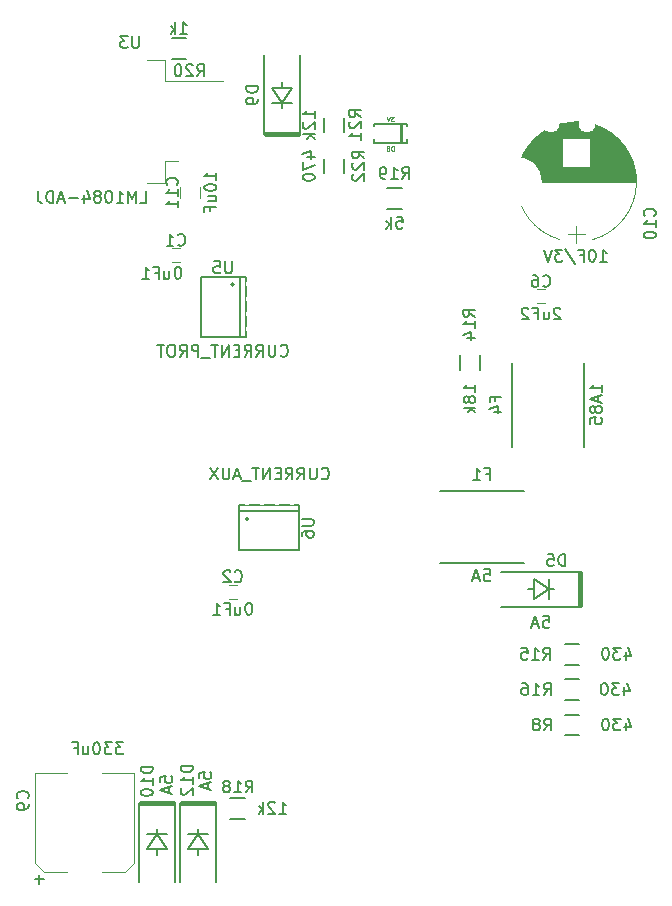
<source format=gbo>
%TF.GenerationSoftware,KiCad,Pcbnew,(2017-08-27 revision e3c64f1f0)-makepkg*%
%TF.CreationDate,2017-11-07T13:37:45+01:00*%
%TF.ProjectId,Breakout-Platine-Cube,427265616B6F75742D506C6174696E65,rev?*%
%TF.SameCoordinates,Original*%
%TF.FileFunction,Legend,Bot*%
%TF.FilePolarity,Positive*%
%FSLAX46Y46*%
G04 Gerber Fmt 4.6, Leading zero omitted, Abs format (unit mm)*
G04 Created by KiCad (PCBNEW (2017-08-27 revision e3c64f1f0)-makepkg) date 11/07/17 13:37:45*
%MOMM*%
%LPD*%
G01*
G04 APERTURE LIST*
%ADD10C,0.127000*%
%ADD11C,0.120000*%
%ADD12C,0.150000*%
%ADD13C,0.400000*%
%ADD14C,0.100000*%
%ADD15C,3.800000*%
%ADD16C,0.950000*%
%ADD17R,2.240000X2.240000*%
%ADD18C,2.240000*%
%ADD19R,1.090900X1.090900*%
%ADD20R,9.640000X11.040000*%
%ADD21R,4.840000X1.340000*%
%ADD22R,1.540000X0.940000*%
%ADD23R,0.940000X1.540000*%
%ADD24R,2.440000X1.740000*%
%ADD25R,1.490000X1.240000*%
%ADD26R,2.740000X4.240000*%
%ADD27R,1.440000X0.990000*%
%ADD28R,5.840000X2.540000*%
%ADD29R,2.540000X5.840000*%
%ADD30R,1.740000X2.440000*%
%ADD31C,2.640000*%
%ADD32C,1.440000*%
%ADD33C,1.740000*%
%ADD34C,5.840000*%
%ADD35C,4.200000*%
%ADD36O,0.849600X1.713200*%
%ADD37O,1.200000X1.900000*%
%ADD38R,1.200000X1.900000*%
%ADD39O,2.440000X1.340000*%
%ADD40O,2.040000X1.340000*%
%ADD41O,1.940000X1.940000*%
%ADD42R,1.940000X1.940000*%
%ADD43O,1.713200X0.849600*%
%ADD44R,1.900000X1.200000*%
%ADD45O,1.900000X1.200000*%
%ADD46C,6.740000*%
G04 APERTURE END LIST*
D10*
%TO.C,D8*%
X202650460Y-95399900D02*
X202650460Y-97000100D01*
X205449540Y-95399900D02*
X202650460Y-95399900D01*
X205449540Y-97000100D02*
X205449540Y-95399900D01*
X202650460Y-97000100D02*
X205449540Y-97000100D01*
X205050760Y-97000100D02*
X205050760Y-95399900D01*
X204949160Y-95399900D02*
X204949160Y-97000100D01*
D11*
%TO.C,C10*%
X220550000Y-104750000D02*
X219050000Y-104750000D01*
X219800000Y-105500000D02*
X219800000Y-104000000D01*
X220079000Y-95219000D02*
X219521000Y-95219000D01*
X220472000Y-95259000D02*
X219128000Y-95259000D01*
X220713000Y-95299000D02*
X218887000Y-95299000D01*
X220904000Y-95339000D02*
X218696000Y-95339000D01*
X221065000Y-95379000D02*
X218535000Y-95379000D01*
X221207000Y-95419000D02*
X218393000Y-95419000D01*
X221336000Y-95459000D02*
X218264000Y-95459000D01*
X221454000Y-95499000D02*
X218146000Y-95499000D01*
X221563000Y-95539000D02*
X218037000Y-95539000D01*
X221666000Y-95579000D02*
X217934000Y-95579000D01*
X221762000Y-95619000D02*
X217838000Y-95619000D01*
X221853000Y-95659000D02*
X217747000Y-95659000D01*
X221940000Y-95699000D02*
X217660000Y-95699000D01*
X222022000Y-95739000D02*
X217578000Y-95739000D01*
X222101000Y-95779000D02*
X217499000Y-95779000D01*
X222177000Y-95819000D02*
X217423000Y-95819000D01*
X222249000Y-95859000D02*
X217351000Y-95859000D01*
X222319000Y-95899000D02*
X217281000Y-95899000D01*
X222387000Y-95939000D02*
X217213000Y-95939000D01*
X222452000Y-95979000D02*
X217148000Y-95979000D01*
X222515000Y-96019000D02*
X217085000Y-96019000D01*
X222577000Y-96059000D02*
X217023000Y-96059000D01*
X222636000Y-96099000D02*
X216964000Y-96099000D01*
X222694000Y-96139000D02*
X216906000Y-96139000D01*
X222749000Y-96179000D02*
X216851000Y-96179000D01*
X222804000Y-96219000D02*
X216796000Y-96219000D01*
X222857000Y-96259000D02*
X216743000Y-96259000D01*
X222908000Y-96299000D02*
X216692000Y-96299000D01*
X222958000Y-96339000D02*
X216642000Y-96339000D01*
X223007000Y-96379000D02*
X216593000Y-96379000D01*
X223055000Y-96419000D02*
X216545000Y-96419000D01*
X223102000Y-96459000D02*
X216498000Y-96459000D01*
X223147000Y-96499000D02*
X216453000Y-96499000D01*
X223191000Y-96539000D02*
X216409000Y-96539000D01*
X223235000Y-96579000D02*
X216365000Y-96579000D01*
X223277000Y-96619000D02*
X216323000Y-96619000D01*
X218619000Y-96659000D02*
X216282000Y-96659000D01*
X223318000Y-96659000D02*
X220981000Y-96659000D01*
X218619000Y-96699000D02*
X216241000Y-96699000D01*
X223359000Y-96699000D02*
X220981000Y-96699000D01*
X218619000Y-96739000D02*
X216202000Y-96739000D01*
X223398000Y-96739000D02*
X220981000Y-96739000D01*
X218619000Y-96779000D02*
X216163000Y-96779000D01*
X223437000Y-96779000D02*
X220981000Y-96779000D01*
X218619000Y-96819000D02*
X216125000Y-96819000D01*
X223475000Y-96819000D02*
X220981000Y-96819000D01*
X218619000Y-96859000D02*
X216088000Y-96859000D01*
X223512000Y-96859000D02*
X220981000Y-96859000D01*
X218619000Y-96899000D02*
X216052000Y-96899000D01*
X223548000Y-96899000D02*
X220981000Y-96899000D01*
X218619000Y-96939000D02*
X216016000Y-96939000D01*
X223584000Y-96939000D02*
X220981000Y-96939000D01*
X218619000Y-96979000D02*
X215981000Y-96979000D01*
X223619000Y-96979000D02*
X220981000Y-96979000D01*
X218619000Y-97019000D02*
X215947000Y-97019000D01*
X223653000Y-97019000D02*
X220981000Y-97019000D01*
X218619000Y-97059000D02*
X215914000Y-97059000D01*
X223686000Y-97059000D02*
X220981000Y-97059000D01*
X218619000Y-97099000D02*
X215881000Y-97099000D01*
X223719000Y-97099000D02*
X220981000Y-97099000D01*
X218619000Y-97139000D02*
X215849000Y-97139000D01*
X223751000Y-97139000D02*
X220981000Y-97139000D01*
X218619000Y-97179000D02*
X215818000Y-97179000D01*
X223782000Y-97179000D02*
X220981000Y-97179000D01*
X218619000Y-97219000D02*
X215787000Y-97219000D01*
X223813000Y-97219000D02*
X220981000Y-97219000D01*
X218619000Y-97259000D02*
X215757000Y-97259000D01*
X223843000Y-97259000D02*
X220981000Y-97259000D01*
X218619000Y-97299000D02*
X215728000Y-97299000D01*
X223872000Y-97299000D02*
X220981000Y-97299000D01*
X218619000Y-97339000D02*
X215699000Y-97339000D01*
X223901000Y-97339000D02*
X220981000Y-97339000D01*
X218619000Y-97379000D02*
X215670000Y-97379000D01*
X223930000Y-97379000D02*
X220981000Y-97379000D01*
X218619000Y-97419000D02*
X215643000Y-97419000D01*
X223957000Y-97419000D02*
X220981000Y-97419000D01*
X218619000Y-97459000D02*
X215615000Y-97459000D01*
X223985000Y-97459000D02*
X220981000Y-97459000D01*
X218619000Y-97499000D02*
X215589000Y-97499000D01*
X224011000Y-97499000D02*
X220981000Y-97499000D01*
X218619000Y-97539000D02*
X215563000Y-97539000D01*
X224037000Y-97539000D02*
X220981000Y-97539000D01*
X218619000Y-97579000D02*
X215537000Y-97579000D01*
X224063000Y-97579000D02*
X220981000Y-97579000D01*
X218619000Y-97619000D02*
X215512000Y-97619000D01*
X224088000Y-97619000D02*
X220981000Y-97619000D01*
X218619000Y-97659000D02*
X215488000Y-97659000D01*
X224112000Y-97659000D02*
X220981000Y-97659000D01*
X218619000Y-97699000D02*
X215464000Y-97699000D01*
X224136000Y-97699000D02*
X220981000Y-97699000D01*
X218619000Y-97739000D02*
X215440000Y-97739000D01*
X224160000Y-97739000D02*
X220981000Y-97739000D01*
X218619000Y-97779000D02*
X215417000Y-97779000D01*
X224183000Y-97779000D02*
X220981000Y-97779000D01*
X218619000Y-97819000D02*
X215395000Y-97819000D01*
X224205000Y-97819000D02*
X220981000Y-97819000D01*
X218619000Y-97859000D02*
X215372000Y-97859000D01*
X224228000Y-97859000D02*
X220981000Y-97859000D01*
X218619000Y-97899000D02*
X215351000Y-97899000D01*
X224249000Y-97899000D02*
X220981000Y-97899000D01*
X218619000Y-97939000D02*
X215330000Y-97939000D01*
X224270000Y-97939000D02*
X220981000Y-97939000D01*
X218619000Y-97979000D02*
X215309000Y-97979000D01*
X224291000Y-97979000D02*
X220981000Y-97979000D01*
X218619000Y-98019000D02*
X215289000Y-98019000D01*
X224311000Y-98019000D02*
X220981000Y-98019000D01*
X218619000Y-98059000D02*
X215269000Y-98059000D01*
X224331000Y-98059000D02*
X220981000Y-98059000D01*
X218619000Y-98099000D02*
X215250000Y-98099000D01*
X224350000Y-98099000D02*
X220981000Y-98099000D01*
X218619000Y-98139000D02*
X215231000Y-98139000D01*
X224369000Y-98139000D02*
X220981000Y-98139000D01*
X218619000Y-98179000D02*
X215212000Y-98179000D01*
X224388000Y-98179000D02*
X220981000Y-98179000D01*
X218619000Y-98219000D02*
X215194000Y-98219000D01*
X224406000Y-98219000D02*
X220981000Y-98219000D01*
X218619000Y-98259000D02*
X215176000Y-98259000D01*
X224424000Y-98259000D02*
X220981000Y-98259000D01*
X218619000Y-98299000D02*
X215159000Y-98299000D01*
X224441000Y-98299000D02*
X220981000Y-98299000D01*
X218619000Y-98339000D02*
X215142000Y-98339000D01*
X224458000Y-98339000D02*
X220981000Y-98339000D01*
X218619000Y-98379000D02*
X215126000Y-98379000D01*
X224474000Y-98379000D02*
X220981000Y-98379000D01*
X218619000Y-98419000D02*
X215109000Y-98419000D01*
X224491000Y-98419000D02*
X220981000Y-98419000D01*
X218619000Y-98459000D02*
X215094000Y-98459000D01*
X224506000Y-98459000D02*
X220981000Y-98459000D01*
X218619000Y-98499000D02*
X215078000Y-98499000D01*
X224522000Y-98499000D02*
X220981000Y-98499000D01*
X218619000Y-98539000D02*
X215063000Y-98539000D01*
X224537000Y-98539000D02*
X220981000Y-98539000D01*
X218619000Y-98579000D02*
X215049000Y-98579000D01*
X224551000Y-98579000D02*
X220981000Y-98579000D01*
X218619000Y-98619000D02*
X215035000Y-98619000D01*
X224565000Y-98619000D02*
X220981000Y-98619000D01*
X218619000Y-98659000D02*
X215021000Y-98659000D01*
X224579000Y-98659000D02*
X220981000Y-98659000D01*
X218619000Y-98699000D02*
X215008000Y-98699000D01*
X224592000Y-98699000D02*
X220981000Y-98699000D01*
X218619000Y-98739000D02*
X214994000Y-98739000D01*
X224606000Y-98739000D02*
X220981000Y-98739000D01*
X218619000Y-98779000D02*
X214982000Y-98779000D01*
X224618000Y-98779000D02*
X220981000Y-98779000D01*
X218619000Y-98819000D02*
X214969000Y-98819000D01*
X224631000Y-98819000D02*
X220981000Y-98819000D01*
X218619000Y-98859000D02*
X214957000Y-98859000D01*
X224643000Y-98859000D02*
X220981000Y-98859000D01*
X218619000Y-98899000D02*
X214946000Y-98899000D01*
X224654000Y-98899000D02*
X220981000Y-98899000D01*
X218619000Y-98939000D02*
X214935000Y-98939000D01*
X224665000Y-98939000D02*
X220981000Y-98939000D01*
X218619000Y-98979000D02*
X214924000Y-98979000D01*
X224676000Y-98979000D02*
X220981000Y-98979000D01*
X224687000Y-99019000D02*
X214913000Y-99019000D01*
X224697000Y-99059000D02*
X214903000Y-99059000D01*
X224707000Y-99099000D02*
X214893000Y-99099000D01*
X224717000Y-99139000D02*
X214883000Y-99139000D01*
X224726000Y-99179000D02*
X214874000Y-99179000D01*
X224735000Y-99219000D02*
X214865000Y-99219000D01*
X224743000Y-99259000D02*
X214857000Y-99259000D01*
X224751000Y-99299000D02*
X214849000Y-99299000D01*
X224759000Y-99339000D02*
X214841000Y-99339000D01*
X224767000Y-99379000D02*
X214833000Y-99379000D01*
X224774000Y-99419000D02*
X214826000Y-99419000D01*
X224781000Y-99459000D02*
X214819000Y-99459000D01*
X224787000Y-99499000D02*
X214813000Y-99499000D01*
X224793000Y-99539000D02*
X214807000Y-99539000D01*
X224799000Y-99579000D02*
X214801000Y-99579000D01*
X224805000Y-99620000D02*
X214795000Y-99620000D01*
X224810000Y-99660000D02*
X214790000Y-99660000D01*
X224815000Y-99700000D02*
X214785000Y-99700000D01*
X224820000Y-99740000D02*
X214780000Y-99740000D01*
X224824000Y-99780000D02*
X214776000Y-99780000D01*
X224828000Y-99820000D02*
X214772000Y-99820000D01*
X224831000Y-99860000D02*
X214769000Y-99860000D01*
X224835000Y-99900000D02*
X214765000Y-99900000D01*
X224838000Y-99940000D02*
X214762000Y-99940000D01*
X224840000Y-99980000D02*
X214760000Y-99980000D01*
X224843000Y-100020000D02*
X214757000Y-100020000D01*
X224845000Y-100060000D02*
X214755000Y-100060000D01*
X224847000Y-100100000D02*
X214753000Y-100100000D01*
X224848000Y-100140000D02*
X214752000Y-100140000D01*
X224849000Y-100180000D02*
X214751000Y-100180000D01*
X224850000Y-100220000D02*
X214750000Y-100220000D01*
X224850000Y-100260000D02*
X214750000Y-100260000D01*
X224850000Y-100300000D02*
X214750000Y-100300000D01*
X218416736Y-95401563D02*
G75*
G02X221180000Y-95400643I1383264J-4898437D01*
G01*
X218416736Y-95401563D02*
G75*
G03X218420000Y-105199357I1383264J-4898437D01*
G01*
X221183264Y-95401563D02*
G75*
G02X221180000Y-105199357I-1383264J-4898437D01*
G01*
%TO.C,U3*%
X184950000Y-98550000D02*
X186050000Y-98550000D01*
X184950000Y-100360000D02*
X184950000Y-98550000D01*
X183450000Y-100360000D02*
X184950000Y-100360000D01*
X184950000Y-91770000D02*
X190075000Y-91770000D01*
X184950000Y-89960000D02*
X184950000Y-91770000D01*
X183450000Y-89960000D02*
X184950000Y-89960000D01*
D12*
%TO.C,R22*%
X198400000Y-98350000D02*
X198400000Y-99550000D01*
X200150000Y-99550000D02*
X200150000Y-98350000D01*
%TO.C,R21*%
X200150000Y-96075000D02*
X200150000Y-94875000D01*
X198400000Y-94875000D02*
X198400000Y-96075000D01*
%TO.C,R20*%
X186725000Y-88125000D02*
X185525000Y-88125000D01*
X185525000Y-89875000D02*
X186725000Y-89875000D01*
%TO.C,R19*%
X203800000Y-102575000D02*
X205000000Y-102575000D01*
X205000000Y-100825000D02*
X203800000Y-100825000D01*
%TO.C,D12*%
X186900000Y-156800000D02*
X188600000Y-156800000D01*
X187750000Y-155550000D02*
X188600000Y-156800000D01*
X187740000Y-156830000D02*
X187740000Y-157280000D01*
X186900000Y-155550000D02*
X188600000Y-155550000D01*
X187750000Y-155550000D02*
X186900000Y-156800000D01*
X187742053Y-155100000D02*
X187742053Y-155500000D01*
X186250000Y-152860000D02*
X186250000Y-159600000D01*
D13*
X189120000Y-152860000D02*
X186380000Y-152860000D01*
D12*
X189250000Y-159600000D02*
X189250000Y-152870000D01*
%TO.C,D10*%
X185800000Y-159600000D02*
X185800000Y-152870000D01*
D13*
X185670000Y-152860000D02*
X182930000Y-152860000D01*
D12*
X182800000Y-152860000D02*
X182800000Y-159600000D01*
X184292053Y-155100000D02*
X184292053Y-155500000D01*
X184300000Y-155550000D02*
X183450000Y-156800000D01*
X183450000Y-155550000D02*
X185150000Y-155550000D01*
X184290000Y-156830000D02*
X184290000Y-157280000D01*
X184300000Y-155550000D02*
X185150000Y-156800000D01*
X183450000Y-156800000D02*
X185150000Y-156800000D01*
%TO.C,D9*%
X195725000Y-92350000D02*
X194025000Y-92350000D01*
X194875000Y-93600000D02*
X194025000Y-92350000D01*
X194885000Y-92320000D02*
X194885000Y-91870000D01*
X195725000Y-93600000D02*
X194025000Y-93600000D01*
X194875000Y-93600000D02*
X195725000Y-92350000D01*
X194882947Y-94050000D02*
X194882947Y-93650000D01*
X196375000Y-96290000D02*
X196375000Y-89550000D01*
D13*
X193505000Y-96290000D02*
X196245000Y-96290000D01*
D12*
X193375000Y-89550000D02*
X193375000Y-96280000D01*
D11*
%TO.C,C11*%
X187950000Y-100700000D02*
X187950000Y-101700000D01*
X186250000Y-101700000D02*
X186250000Y-100700000D01*
%TO.C,C9*%
X182340000Y-157980000D02*
X182340000Y-150360000D01*
X181580000Y-158740000D02*
X182340000Y-157980000D01*
X173960000Y-157980000D02*
X174720000Y-158740000D01*
X173960000Y-150360000D02*
X173960000Y-157980000D01*
X182340000Y-150360000D02*
X179660000Y-150360000D01*
X173960000Y-150360000D02*
X176640000Y-150360000D01*
X181580000Y-158740000D02*
X179660000Y-158740000D01*
X174720000Y-158740000D02*
X176640000Y-158740000D01*
%TO.C,C1*%
X185550000Y-107100000D02*
X186250000Y-107100000D01*
X186250000Y-105900000D02*
X185550000Y-105900000D01*
%TO.C,C2*%
X190350000Y-135600000D02*
X191050000Y-135600000D01*
X191050000Y-134400000D02*
X190350000Y-134400000D01*
D12*
%TO.C,R15*%
X220000000Y-139425000D02*
X218800000Y-139425000D01*
X218800000Y-141175000D02*
X220000000Y-141175000D01*
%TO.C,R14*%
X209925000Y-115000000D02*
X209925000Y-116200000D01*
X211675000Y-116200000D02*
X211675000Y-115000000D01*
%TO.C,R8*%
X220048764Y-145425000D02*
X218848764Y-145425000D01*
X218848764Y-147175000D02*
X220048764Y-147175000D01*
%TO.C,F4*%
X214352000Y-122756000D02*
X214352000Y-115644000D01*
X220448000Y-122756000D02*
X220448000Y-115644000D01*
%TO.C,F1*%
X208244000Y-132548000D02*
X215356000Y-132548000D01*
X208244000Y-126452000D02*
X215356000Y-126452000D01*
%TO.C,R16*%
X220050000Y-142425000D02*
X218850000Y-142425000D01*
X218850000Y-144175000D02*
X220050000Y-144175000D01*
%TO.C,D5*%
X213400000Y-136300000D02*
X220130000Y-136300000D01*
D13*
X220140000Y-136170000D02*
X220140000Y-133430000D01*
D12*
X220140000Y-133300000D02*
X213400000Y-133300000D01*
X217900000Y-134792053D02*
X217500000Y-134792053D01*
X217450000Y-134800000D02*
X216200000Y-133950000D01*
X217450000Y-133950000D02*
X217450000Y-135650000D01*
X216170000Y-134790000D02*
X215720000Y-134790000D01*
X217450000Y-134800000D02*
X216200000Y-135650000D01*
X216200000Y-133950000D02*
X216200000Y-135650000D01*
D11*
%TO.C,C6*%
X216450000Y-110600000D02*
X217150000Y-110600000D01*
X217150000Y-109400000D02*
X216450000Y-109400000D01*
D12*
%TO.C,U6*%
X192022000Y-128838000D02*
G75*
G03X192022000Y-128838000I-127000J0D01*
G01*
X191260000Y-128203000D02*
X196340000Y-128203000D01*
X191260000Y-131505000D02*
X196340000Y-131505000D01*
X191260000Y-127695000D02*
X196340000Y-127695000D01*
X191260000Y-127695000D02*
X191260000Y-131505000D01*
X196340000Y-127695000D02*
X196340000Y-131505000D01*
%TO.C,U5*%
X191797000Y-113435000D02*
X187987000Y-113435000D01*
X191797000Y-108355000D02*
X187987000Y-108355000D01*
X191797000Y-108355000D02*
X191797000Y-113435000D01*
X187987000Y-108355000D02*
X187987000Y-113435000D01*
X191289000Y-108355000D02*
X191289000Y-113435000D01*
X190781000Y-108990000D02*
G75*
G03X190781000Y-108990000I-127000J0D01*
G01*
%TO.C,R18*%
X191700000Y-152475000D02*
X190500000Y-152475000D01*
X190500000Y-154225000D02*
X191700000Y-154225000D01*
%TO.C,D8*%
D14*
X204345238Y-97681432D02*
X204345238Y-97281432D01*
X204250000Y-97281432D01*
X204192857Y-97300480D01*
X204154761Y-97338575D01*
X204135714Y-97376670D01*
X204116666Y-97452860D01*
X204116666Y-97510003D01*
X204135714Y-97586194D01*
X204154761Y-97624289D01*
X204192857Y-97662384D01*
X204250000Y-97681432D01*
X204345238Y-97681432D01*
X203888095Y-97452860D02*
X203926190Y-97433813D01*
X203945238Y-97414765D01*
X203964285Y-97376670D01*
X203964285Y-97357622D01*
X203945238Y-97319527D01*
X203926190Y-97300480D01*
X203888095Y-97281432D01*
X203811904Y-97281432D01*
X203773809Y-97300480D01*
X203754761Y-97319527D01*
X203735714Y-97357622D01*
X203735714Y-97376670D01*
X203754761Y-97414765D01*
X203773809Y-97433813D01*
X203811904Y-97452860D01*
X203888095Y-97452860D01*
X203926190Y-97471908D01*
X203945238Y-97490956D01*
X203964285Y-97529051D01*
X203964285Y-97605241D01*
X203945238Y-97643337D01*
X203926190Y-97662384D01*
X203888095Y-97681432D01*
X203811904Y-97681432D01*
X203773809Y-97662384D01*
X203754761Y-97643337D01*
X203735714Y-97605241D01*
X203735714Y-97529051D01*
X203754761Y-97490956D01*
X203773809Y-97471908D01*
X203811904Y-97452860D01*
X204354761Y-94782072D02*
X204107142Y-94782072D01*
X204240476Y-94934453D01*
X204183333Y-94934453D01*
X204145238Y-94953500D01*
X204126190Y-94972548D01*
X204107142Y-95010643D01*
X204107142Y-95105881D01*
X204126190Y-95143977D01*
X204145238Y-95163024D01*
X204183333Y-95182072D01*
X204297619Y-95182072D01*
X204335714Y-95163024D01*
X204354761Y-95143977D01*
X203992857Y-94782072D02*
X203859523Y-95182072D01*
X203726190Y-94782072D01*
%TO.C,C10*%
D12*
X226407142Y-103182142D02*
X226454761Y-103134523D01*
X226502380Y-102991666D01*
X226502380Y-102896428D01*
X226454761Y-102753571D01*
X226359523Y-102658333D01*
X226264285Y-102610714D01*
X226073809Y-102563095D01*
X225930952Y-102563095D01*
X225740476Y-102610714D01*
X225645238Y-102658333D01*
X225550000Y-102753571D01*
X225502380Y-102896428D01*
X225502380Y-102991666D01*
X225550000Y-103134523D01*
X225597619Y-103182142D01*
X226502380Y-104134523D02*
X226502380Y-103563095D01*
X226502380Y-103848809D02*
X225502380Y-103848809D01*
X225645238Y-103753571D01*
X225740476Y-103658333D01*
X225788095Y-103563095D01*
X225502380Y-104753571D02*
X225502380Y-104848809D01*
X225550000Y-104944047D01*
X225597619Y-104991666D01*
X225692857Y-105039285D01*
X225883333Y-105086904D01*
X226121428Y-105086904D01*
X226311904Y-105039285D01*
X226407142Y-104991666D01*
X226454761Y-104944047D01*
X226502380Y-104848809D01*
X226502380Y-104753571D01*
X226454761Y-104658333D01*
X226407142Y-104610714D01*
X226311904Y-104563095D01*
X226121428Y-104515476D01*
X225883333Y-104515476D01*
X225692857Y-104563095D01*
X225597619Y-104610714D01*
X225550000Y-104658333D01*
X225502380Y-104753571D01*
X221797619Y-107052380D02*
X222369047Y-107052380D01*
X222083333Y-107052380D02*
X222083333Y-106052380D01*
X222178571Y-106195238D01*
X222273809Y-106290476D01*
X222369047Y-106338095D01*
X221178571Y-106052380D02*
X221083333Y-106052380D01*
X220988095Y-106100000D01*
X220940476Y-106147619D01*
X220892857Y-106242857D01*
X220845238Y-106433333D01*
X220845238Y-106671428D01*
X220892857Y-106861904D01*
X220940476Y-106957142D01*
X220988095Y-107004761D01*
X221083333Y-107052380D01*
X221178571Y-107052380D01*
X221273809Y-107004761D01*
X221321428Y-106957142D01*
X221369047Y-106861904D01*
X221416666Y-106671428D01*
X221416666Y-106433333D01*
X221369047Y-106242857D01*
X221321428Y-106147619D01*
X221273809Y-106100000D01*
X221178571Y-106052380D01*
X220083333Y-106528571D02*
X220416666Y-106528571D01*
X220416666Y-107052380D02*
X220416666Y-106052380D01*
X219940476Y-106052380D01*
X218845238Y-106004761D02*
X219702380Y-107290476D01*
X218607142Y-106052380D02*
X217988095Y-106052380D01*
X218321428Y-106433333D01*
X218178571Y-106433333D01*
X218083333Y-106480952D01*
X218035714Y-106528571D01*
X217988095Y-106623809D01*
X217988095Y-106861904D01*
X218035714Y-106957142D01*
X218083333Y-107004761D01*
X218178571Y-107052380D01*
X218464285Y-107052380D01*
X218559523Y-107004761D01*
X218607142Y-106957142D01*
X217702380Y-106052380D02*
X217369047Y-107052380D01*
X217035714Y-106052380D01*
%TO.C,U3*%
X182761904Y-87962380D02*
X182761904Y-88771904D01*
X182714285Y-88867142D01*
X182666666Y-88914761D01*
X182571428Y-88962380D01*
X182380952Y-88962380D01*
X182285714Y-88914761D01*
X182238095Y-88867142D01*
X182190476Y-88771904D01*
X182190476Y-87962380D01*
X181809523Y-87962380D02*
X181190476Y-87962380D01*
X181523809Y-88343333D01*
X181380952Y-88343333D01*
X181285714Y-88390952D01*
X181238095Y-88438571D01*
X181190476Y-88533809D01*
X181190476Y-88771904D01*
X181238095Y-88867142D01*
X181285714Y-88914761D01*
X181380952Y-88962380D01*
X181666666Y-88962380D01*
X181761904Y-88914761D01*
X181809523Y-88867142D01*
X182870238Y-102062380D02*
X183346428Y-102062380D01*
X183346428Y-101062380D01*
X182536904Y-102062380D02*
X182536904Y-101062380D01*
X182203571Y-101776666D01*
X181870238Y-101062380D01*
X181870238Y-102062380D01*
X180870238Y-102062380D02*
X181441666Y-102062380D01*
X181155952Y-102062380D02*
X181155952Y-101062380D01*
X181251190Y-101205238D01*
X181346428Y-101300476D01*
X181441666Y-101348095D01*
X180251190Y-101062380D02*
X180155952Y-101062380D01*
X180060714Y-101110000D01*
X180013095Y-101157619D01*
X179965476Y-101252857D01*
X179917857Y-101443333D01*
X179917857Y-101681428D01*
X179965476Y-101871904D01*
X180013095Y-101967142D01*
X180060714Y-102014761D01*
X180155952Y-102062380D01*
X180251190Y-102062380D01*
X180346428Y-102014761D01*
X180394047Y-101967142D01*
X180441666Y-101871904D01*
X180489285Y-101681428D01*
X180489285Y-101443333D01*
X180441666Y-101252857D01*
X180394047Y-101157619D01*
X180346428Y-101110000D01*
X180251190Y-101062380D01*
X179346428Y-101490952D02*
X179441666Y-101443333D01*
X179489285Y-101395714D01*
X179536904Y-101300476D01*
X179536904Y-101252857D01*
X179489285Y-101157619D01*
X179441666Y-101110000D01*
X179346428Y-101062380D01*
X179155952Y-101062380D01*
X179060714Y-101110000D01*
X179013095Y-101157619D01*
X178965476Y-101252857D01*
X178965476Y-101300476D01*
X179013095Y-101395714D01*
X179060714Y-101443333D01*
X179155952Y-101490952D01*
X179346428Y-101490952D01*
X179441666Y-101538571D01*
X179489285Y-101586190D01*
X179536904Y-101681428D01*
X179536904Y-101871904D01*
X179489285Y-101967142D01*
X179441666Y-102014761D01*
X179346428Y-102062380D01*
X179155952Y-102062380D01*
X179060714Y-102014761D01*
X179013095Y-101967142D01*
X178965476Y-101871904D01*
X178965476Y-101681428D01*
X179013095Y-101586190D01*
X179060714Y-101538571D01*
X179155952Y-101490952D01*
X178108333Y-101395714D02*
X178108333Y-102062380D01*
X178346428Y-101014761D02*
X178584523Y-101729047D01*
X177965476Y-101729047D01*
X177584523Y-101681428D02*
X176822619Y-101681428D01*
X176394047Y-101776666D02*
X175917857Y-101776666D01*
X176489285Y-102062380D02*
X176155952Y-101062380D01*
X175822619Y-102062380D01*
X175489285Y-102062380D02*
X175489285Y-101062380D01*
X175251190Y-101062380D01*
X175108333Y-101110000D01*
X175013095Y-101205238D01*
X174965476Y-101300476D01*
X174917857Y-101490952D01*
X174917857Y-101633809D01*
X174965476Y-101824285D01*
X175013095Y-101919523D01*
X175108333Y-102014761D01*
X175251190Y-102062380D01*
X175489285Y-102062380D01*
X174203571Y-101062380D02*
X174203571Y-101776666D01*
X174251190Y-101919523D01*
X174346428Y-102014761D01*
X174489285Y-102062380D01*
X174584523Y-102062380D01*
%TO.C,R22*%
X201827380Y-98307142D02*
X201351190Y-97973809D01*
X201827380Y-97735714D02*
X200827380Y-97735714D01*
X200827380Y-98116666D01*
X200875000Y-98211904D01*
X200922619Y-98259523D01*
X201017857Y-98307142D01*
X201160714Y-98307142D01*
X201255952Y-98259523D01*
X201303571Y-98211904D01*
X201351190Y-98116666D01*
X201351190Y-97735714D01*
X200922619Y-98688095D02*
X200875000Y-98735714D01*
X200827380Y-98830952D01*
X200827380Y-99069047D01*
X200875000Y-99164285D01*
X200922619Y-99211904D01*
X201017857Y-99259523D01*
X201113095Y-99259523D01*
X201255952Y-99211904D01*
X201827380Y-98640476D01*
X201827380Y-99259523D01*
X200922619Y-99640476D02*
X200875000Y-99688095D01*
X200827380Y-99783333D01*
X200827380Y-100021428D01*
X200875000Y-100116666D01*
X200922619Y-100164285D01*
X201017857Y-100211904D01*
X201113095Y-100211904D01*
X201255952Y-100164285D01*
X201827380Y-99592857D01*
X201827380Y-100211904D01*
X196960714Y-98188095D02*
X197627380Y-98188095D01*
X196579761Y-97950000D02*
X197294047Y-97711904D01*
X197294047Y-98330952D01*
X196627380Y-98616666D02*
X196627380Y-99283333D01*
X197627380Y-98854761D01*
X196627380Y-99854761D02*
X196627380Y-99950000D01*
X196675000Y-100045238D01*
X196722619Y-100092857D01*
X196817857Y-100140476D01*
X197008333Y-100188095D01*
X197246428Y-100188095D01*
X197436904Y-100140476D01*
X197532142Y-100092857D01*
X197579761Y-100045238D01*
X197627380Y-99950000D01*
X197627380Y-99854761D01*
X197579761Y-99759523D01*
X197532142Y-99711904D01*
X197436904Y-99664285D01*
X197246428Y-99616666D01*
X197008333Y-99616666D01*
X196817857Y-99664285D01*
X196722619Y-99711904D01*
X196675000Y-99759523D01*
X196627380Y-99854761D01*
%TO.C,R21*%
X201552380Y-94832142D02*
X201076190Y-94498809D01*
X201552380Y-94260714D02*
X200552380Y-94260714D01*
X200552380Y-94641666D01*
X200600000Y-94736904D01*
X200647619Y-94784523D01*
X200742857Y-94832142D01*
X200885714Y-94832142D01*
X200980952Y-94784523D01*
X201028571Y-94736904D01*
X201076190Y-94641666D01*
X201076190Y-94260714D01*
X200647619Y-95213095D02*
X200600000Y-95260714D01*
X200552380Y-95355952D01*
X200552380Y-95594047D01*
X200600000Y-95689285D01*
X200647619Y-95736904D01*
X200742857Y-95784523D01*
X200838095Y-95784523D01*
X200980952Y-95736904D01*
X201552380Y-95165476D01*
X201552380Y-95784523D01*
X201552380Y-96736904D02*
X201552380Y-96165476D01*
X201552380Y-96451190D02*
X200552380Y-96451190D01*
X200695238Y-96355952D01*
X200790476Y-96260714D01*
X200838095Y-96165476D01*
X197627380Y-94879761D02*
X197627380Y-94308333D01*
X197627380Y-94594047D02*
X196627380Y-94594047D01*
X196770238Y-94498809D01*
X196865476Y-94403571D01*
X196913095Y-94308333D01*
X196722619Y-95260714D02*
X196675000Y-95308333D01*
X196627380Y-95403571D01*
X196627380Y-95641666D01*
X196675000Y-95736904D01*
X196722619Y-95784523D01*
X196817857Y-95832142D01*
X196913095Y-95832142D01*
X197055952Y-95784523D01*
X197627380Y-95213095D01*
X197627380Y-95832142D01*
X197627380Y-96260714D02*
X196627380Y-96260714D01*
X197246428Y-96355952D02*
X197627380Y-96641666D01*
X196960714Y-96641666D02*
X197341666Y-96260714D01*
%TO.C,R20*%
X187692857Y-91352380D02*
X188026190Y-90876190D01*
X188264285Y-91352380D02*
X188264285Y-90352380D01*
X187883333Y-90352380D01*
X187788095Y-90400000D01*
X187740476Y-90447619D01*
X187692857Y-90542857D01*
X187692857Y-90685714D01*
X187740476Y-90780952D01*
X187788095Y-90828571D01*
X187883333Y-90876190D01*
X188264285Y-90876190D01*
X187311904Y-90447619D02*
X187264285Y-90400000D01*
X187169047Y-90352380D01*
X186930952Y-90352380D01*
X186835714Y-90400000D01*
X186788095Y-90447619D01*
X186740476Y-90542857D01*
X186740476Y-90638095D01*
X186788095Y-90780952D01*
X187359523Y-91352380D01*
X186740476Y-91352380D01*
X186121428Y-90352380D02*
X186026190Y-90352380D01*
X185930952Y-90400000D01*
X185883333Y-90447619D01*
X185835714Y-90542857D01*
X185788095Y-90733333D01*
X185788095Y-90971428D01*
X185835714Y-91161904D01*
X185883333Y-91257142D01*
X185930952Y-91304761D01*
X186026190Y-91352380D01*
X186121428Y-91352380D01*
X186216666Y-91304761D01*
X186264285Y-91257142D01*
X186311904Y-91161904D01*
X186359523Y-90971428D01*
X186359523Y-90733333D01*
X186311904Y-90542857D01*
X186264285Y-90447619D01*
X186216666Y-90400000D01*
X186121428Y-90352380D01*
X186244047Y-87777380D02*
X186815476Y-87777380D01*
X186529761Y-87777380D02*
X186529761Y-86777380D01*
X186625000Y-86920238D01*
X186720238Y-87015476D01*
X186815476Y-87063095D01*
X185815476Y-87777380D02*
X185815476Y-86777380D01*
X185720238Y-87396428D02*
X185434523Y-87777380D01*
X185434523Y-87110714D02*
X185815476Y-87491666D01*
%TO.C,R19*%
X205042857Y-100052380D02*
X205376190Y-99576190D01*
X205614285Y-100052380D02*
X205614285Y-99052380D01*
X205233333Y-99052380D01*
X205138095Y-99100000D01*
X205090476Y-99147619D01*
X205042857Y-99242857D01*
X205042857Y-99385714D01*
X205090476Y-99480952D01*
X205138095Y-99528571D01*
X205233333Y-99576190D01*
X205614285Y-99576190D01*
X204090476Y-100052380D02*
X204661904Y-100052380D01*
X204376190Y-100052380D02*
X204376190Y-99052380D01*
X204471428Y-99195238D01*
X204566666Y-99290476D01*
X204661904Y-99338095D01*
X203614285Y-100052380D02*
X203423809Y-100052380D01*
X203328571Y-100004761D01*
X203280952Y-99957142D01*
X203185714Y-99814285D01*
X203138095Y-99623809D01*
X203138095Y-99242857D01*
X203185714Y-99147619D01*
X203233333Y-99100000D01*
X203328571Y-99052380D01*
X203519047Y-99052380D01*
X203614285Y-99100000D01*
X203661904Y-99147619D01*
X203709523Y-99242857D01*
X203709523Y-99480952D01*
X203661904Y-99576190D01*
X203614285Y-99623809D01*
X203519047Y-99671428D01*
X203328571Y-99671428D01*
X203233333Y-99623809D01*
X203185714Y-99576190D01*
X203138095Y-99480952D01*
X204566666Y-103252380D02*
X205042857Y-103252380D01*
X205090476Y-103728571D01*
X205042857Y-103680952D01*
X204947619Y-103633333D01*
X204709523Y-103633333D01*
X204614285Y-103680952D01*
X204566666Y-103728571D01*
X204519047Y-103823809D01*
X204519047Y-104061904D01*
X204566666Y-104157142D01*
X204614285Y-104204761D01*
X204709523Y-104252380D01*
X204947619Y-104252380D01*
X205042857Y-104204761D01*
X205090476Y-104157142D01*
X204090476Y-104252380D02*
X204090476Y-103252380D01*
X203995238Y-103871428D02*
X203709523Y-104252380D01*
X203709523Y-103585714D02*
X204090476Y-103966666D01*
%TO.C,D12*%
X187302380Y-149735714D02*
X186302380Y-149735714D01*
X186302380Y-149973809D01*
X186350000Y-150116666D01*
X186445238Y-150211904D01*
X186540476Y-150259523D01*
X186730952Y-150307142D01*
X186873809Y-150307142D01*
X187064285Y-150259523D01*
X187159523Y-150211904D01*
X187254761Y-150116666D01*
X187302380Y-149973809D01*
X187302380Y-149735714D01*
X187302380Y-151259523D02*
X187302380Y-150688095D01*
X187302380Y-150973809D02*
X186302380Y-150973809D01*
X186445238Y-150878571D01*
X186540476Y-150783333D01*
X186588095Y-150688095D01*
X186397619Y-151640476D02*
X186350000Y-151688095D01*
X186302380Y-151783333D01*
X186302380Y-152021428D01*
X186350000Y-152116666D01*
X186397619Y-152164285D01*
X186492857Y-152211904D01*
X186588095Y-152211904D01*
X186730952Y-152164285D01*
X187302380Y-151592857D01*
X187302380Y-152211904D01*
X187877380Y-150809523D02*
X187877380Y-150333333D01*
X188353571Y-150285714D01*
X188305952Y-150333333D01*
X188258333Y-150428571D01*
X188258333Y-150666666D01*
X188305952Y-150761904D01*
X188353571Y-150809523D01*
X188448809Y-150857142D01*
X188686904Y-150857142D01*
X188782142Y-150809523D01*
X188829761Y-150761904D01*
X188877380Y-150666666D01*
X188877380Y-150428571D01*
X188829761Y-150333333D01*
X188782142Y-150285714D01*
X188591666Y-151238095D02*
X188591666Y-151714285D01*
X188877380Y-151142857D02*
X187877380Y-151476190D01*
X188877380Y-151809523D01*
%TO.C,D10*%
X183927380Y-149810714D02*
X182927380Y-149810714D01*
X182927380Y-150048809D01*
X182975000Y-150191666D01*
X183070238Y-150286904D01*
X183165476Y-150334523D01*
X183355952Y-150382142D01*
X183498809Y-150382142D01*
X183689285Y-150334523D01*
X183784523Y-150286904D01*
X183879761Y-150191666D01*
X183927380Y-150048809D01*
X183927380Y-149810714D01*
X183927380Y-151334523D02*
X183927380Y-150763095D01*
X183927380Y-151048809D02*
X182927380Y-151048809D01*
X183070238Y-150953571D01*
X183165476Y-150858333D01*
X183213095Y-150763095D01*
X182927380Y-151953571D02*
X182927380Y-152048809D01*
X182975000Y-152144047D01*
X183022619Y-152191666D01*
X183117857Y-152239285D01*
X183308333Y-152286904D01*
X183546428Y-152286904D01*
X183736904Y-152239285D01*
X183832142Y-152191666D01*
X183879761Y-152144047D01*
X183927380Y-152048809D01*
X183927380Y-151953571D01*
X183879761Y-151858333D01*
X183832142Y-151810714D01*
X183736904Y-151763095D01*
X183546428Y-151715476D01*
X183308333Y-151715476D01*
X183117857Y-151763095D01*
X183022619Y-151810714D01*
X182975000Y-151858333D01*
X182927380Y-151953571D01*
X184577380Y-151134523D02*
X184577380Y-150658333D01*
X185053571Y-150610714D01*
X185005952Y-150658333D01*
X184958333Y-150753571D01*
X184958333Y-150991666D01*
X185005952Y-151086904D01*
X185053571Y-151134523D01*
X185148809Y-151182142D01*
X185386904Y-151182142D01*
X185482142Y-151134523D01*
X185529761Y-151086904D01*
X185577380Y-150991666D01*
X185577380Y-150753571D01*
X185529761Y-150658333D01*
X185482142Y-150610714D01*
X185291666Y-151563095D02*
X185291666Y-152039285D01*
X185577380Y-151467857D02*
X184577380Y-151801190D01*
X185577380Y-152134523D01*
%TO.C,D9*%
X192827380Y-92211904D02*
X191827380Y-92211904D01*
X191827380Y-92450000D01*
X191875000Y-92592857D01*
X191970238Y-92688095D01*
X192065476Y-92735714D01*
X192255952Y-92783333D01*
X192398809Y-92783333D01*
X192589285Y-92735714D01*
X192684523Y-92688095D01*
X192779761Y-92592857D01*
X192827380Y-92450000D01*
X192827380Y-92211904D01*
X192827380Y-93259523D02*
X192827380Y-93450000D01*
X192779761Y-93545238D01*
X192732142Y-93592857D01*
X192589285Y-93688095D01*
X192398809Y-93735714D01*
X192017857Y-93735714D01*
X191922619Y-93688095D01*
X191875000Y-93640476D01*
X191827380Y-93545238D01*
X191827380Y-93354761D01*
X191875000Y-93259523D01*
X191922619Y-93211904D01*
X192017857Y-93164285D01*
X192255952Y-93164285D01*
X192351190Y-93211904D01*
X192398809Y-93259523D01*
X192446428Y-93354761D01*
X192446428Y-93545238D01*
X192398809Y-93640476D01*
X192351190Y-93688095D01*
X192255952Y-93735714D01*
%TO.C,C11*%
X185957142Y-100557142D02*
X186004761Y-100509523D01*
X186052380Y-100366666D01*
X186052380Y-100271428D01*
X186004761Y-100128571D01*
X185909523Y-100033333D01*
X185814285Y-99985714D01*
X185623809Y-99938095D01*
X185480952Y-99938095D01*
X185290476Y-99985714D01*
X185195238Y-100033333D01*
X185100000Y-100128571D01*
X185052380Y-100271428D01*
X185052380Y-100366666D01*
X185100000Y-100509523D01*
X185147619Y-100557142D01*
X186052380Y-101509523D02*
X186052380Y-100938095D01*
X186052380Y-101223809D02*
X185052380Y-101223809D01*
X185195238Y-101128571D01*
X185290476Y-101033333D01*
X185338095Y-100938095D01*
X186052380Y-102461904D02*
X186052380Y-101890476D01*
X186052380Y-102176190D02*
X185052380Y-102176190D01*
X185195238Y-102080952D01*
X185290476Y-101985714D01*
X185338095Y-101890476D01*
X189302380Y-100128571D02*
X189302380Y-99557142D01*
X189302380Y-99842857D02*
X188302380Y-99842857D01*
X188445238Y-99747619D01*
X188540476Y-99652380D01*
X188588095Y-99557142D01*
X188302380Y-100747619D02*
X188302380Y-100842857D01*
X188350000Y-100938095D01*
X188397619Y-100985714D01*
X188492857Y-101033333D01*
X188683333Y-101080952D01*
X188921428Y-101080952D01*
X189111904Y-101033333D01*
X189207142Y-100985714D01*
X189254761Y-100938095D01*
X189302380Y-100842857D01*
X189302380Y-100747619D01*
X189254761Y-100652380D01*
X189207142Y-100604761D01*
X189111904Y-100557142D01*
X188921428Y-100509523D01*
X188683333Y-100509523D01*
X188492857Y-100557142D01*
X188397619Y-100604761D01*
X188350000Y-100652380D01*
X188302380Y-100747619D01*
X188635714Y-101938095D02*
X189302380Y-101938095D01*
X188635714Y-101509523D02*
X189159523Y-101509523D01*
X189254761Y-101557142D01*
X189302380Y-101652380D01*
X189302380Y-101795238D01*
X189254761Y-101890476D01*
X189207142Y-101938095D01*
X188778571Y-102747619D02*
X188778571Y-102414285D01*
X189302380Y-102414285D02*
X188302380Y-102414285D01*
X188302380Y-102890476D01*
%TO.C,C9*%
X173332142Y-152508333D02*
X173379761Y-152460714D01*
X173427380Y-152317857D01*
X173427380Y-152222619D01*
X173379761Y-152079761D01*
X173284523Y-151984523D01*
X173189285Y-151936904D01*
X172998809Y-151889285D01*
X172855952Y-151889285D01*
X172665476Y-151936904D01*
X172570238Y-151984523D01*
X172475000Y-152079761D01*
X172427380Y-152222619D01*
X172427380Y-152317857D01*
X172475000Y-152460714D01*
X172522619Y-152508333D01*
X173427380Y-152984523D02*
X173427380Y-153175000D01*
X173379761Y-153270238D01*
X173332142Y-153317857D01*
X173189285Y-153413095D01*
X172998809Y-153460714D01*
X172617857Y-153460714D01*
X172522619Y-153413095D01*
X172475000Y-153365476D01*
X172427380Y-153270238D01*
X172427380Y-153079761D01*
X172475000Y-152984523D01*
X172522619Y-152936904D01*
X172617857Y-152889285D01*
X172855952Y-152889285D01*
X172951190Y-152936904D01*
X172998809Y-152984523D01*
X173046428Y-153079761D01*
X173046428Y-153270238D01*
X172998809Y-153365476D01*
X172951190Y-153413095D01*
X172855952Y-153460714D01*
X181416666Y-147752380D02*
X180797619Y-147752380D01*
X181130952Y-148133333D01*
X180988095Y-148133333D01*
X180892857Y-148180952D01*
X180845238Y-148228571D01*
X180797619Y-148323809D01*
X180797619Y-148561904D01*
X180845238Y-148657142D01*
X180892857Y-148704761D01*
X180988095Y-148752380D01*
X181273809Y-148752380D01*
X181369047Y-148704761D01*
X181416666Y-148657142D01*
X180464285Y-147752380D02*
X179845238Y-147752380D01*
X180178571Y-148133333D01*
X180035714Y-148133333D01*
X179940476Y-148180952D01*
X179892857Y-148228571D01*
X179845238Y-148323809D01*
X179845238Y-148561904D01*
X179892857Y-148657142D01*
X179940476Y-148704761D01*
X180035714Y-148752380D01*
X180321428Y-148752380D01*
X180416666Y-148704761D01*
X180464285Y-148657142D01*
X179226190Y-147752380D02*
X179130952Y-147752380D01*
X179035714Y-147800000D01*
X178988095Y-147847619D01*
X178940476Y-147942857D01*
X178892857Y-148133333D01*
X178892857Y-148371428D01*
X178940476Y-148561904D01*
X178988095Y-148657142D01*
X179035714Y-148704761D01*
X179130952Y-148752380D01*
X179226190Y-148752380D01*
X179321428Y-148704761D01*
X179369047Y-148657142D01*
X179416666Y-148561904D01*
X179464285Y-148371428D01*
X179464285Y-148133333D01*
X179416666Y-147942857D01*
X179369047Y-147847619D01*
X179321428Y-147800000D01*
X179226190Y-147752380D01*
X178035714Y-148085714D02*
X178035714Y-148752380D01*
X178464285Y-148085714D02*
X178464285Y-148609523D01*
X178416666Y-148704761D01*
X178321428Y-148752380D01*
X178178571Y-148752380D01*
X178083333Y-148704761D01*
X178035714Y-148657142D01*
X177226190Y-148228571D02*
X177559523Y-148228571D01*
X177559523Y-148752380D02*
X177559523Y-147752380D01*
X177083333Y-147752380D01*
X174311428Y-158949047D02*
X174311428Y-159710952D01*
X174692380Y-159330000D02*
X173930476Y-159330000D01*
%TO.C,C1*%
X186066666Y-105607142D02*
X186114285Y-105654761D01*
X186257142Y-105702380D01*
X186352380Y-105702380D01*
X186495238Y-105654761D01*
X186590476Y-105559523D01*
X186638095Y-105464285D01*
X186685714Y-105273809D01*
X186685714Y-105130952D01*
X186638095Y-104940476D01*
X186590476Y-104845238D01*
X186495238Y-104750000D01*
X186352380Y-104702380D01*
X186257142Y-104702380D01*
X186114285Y-104750000D01*
X186066666Y-104797619D01*
X185114285Y-105702380D02*
X185685714Y-105702380D01*
X185400000Y-105702380D02*
X185400000Y-104702380D01*
X185495238Y-104845238D01*
X185590476Y-104940476D01*
X185685714Y-104988095D01*
X186104761Y-107502380D02*
X186009523Y-107502380D01*
X185914285Y-107550000D01*
X185866666Y-107597619D01*
X185819047Y-107692857D01*
X185771428Y-107883333D01*
X185771428Y-108121428D01*
X185819047Y-108311904D01*
X185866666Y-108407142D01*
X185914285Y-108454761D01*
X186009523Y-108502380D01*
X186104761Y-108502380D01*
X186200000Y-108454761D01*
X186247619Y-108407142D01*
X186295238Y-108311904D01*
X186342857Y-108121428D01*
X186342857Y-107883333D01*
X186295238Y-107692857D01*
X186247619Y-107597619D01*
X186200000Y-107550000D01*
X186104761Y-107502380D01*
X184914285Y-107835714D02*
X184914285Y-108502380D01*
X185342857Y-107835714D02*
X185342857Y-108359523D01*
X185295238Y-108454761D01*
X185200000Y-108502380D01*
X185057142Y-108502380D01*
X184961904Y-108454761D01*
X184914285Y-108407142D01*
X184104761Y-107978571D02*
X184438095Y-107978571D01*
X184438095Y-108502380D02*
X184438095Y-107502380D01*
X183961904Y-107502380D01*
X183057142Y-108502380D02*
X183628571Y-108502380D01*
X183342857Y-108502380D02*
X183342857Y-107502380D01*
X183438095Y-107645238D01*
X183533333Y-107740476D01*
X183628571Y-107788095D01*
%TO.C,C2*%
X190866666Y-134107142D02*
X190914285Y-134154761D01*
X191057142Y-134202380D01*
X191152380Y-134202380D01*
X191295238Y-134154761D01*
X191390476Y-134059523D01*
X191438095Y-133964285D01*
X191485714Y-133773809D01*
X191485714Y-133630952D01*
X191438095Y-133440476D01*
X191390476Y-133345238D01*
X191295238Y-133250000D01*
X191152380Y-133202380D01*
X191057142Y-133202380D01*
X190914285Y-133250000D01*
X190866666Y-133297619D01*
X190485714Y-133297619D02*
X190438095Y-133250000D01*
X190342857Y-133202380D01*
X190104761Y-133202380D01*
X190009523Y-133250000D01*
X189961904Y-133297619D01*
X189914285Y-133392857D01*
X189914285Y-133488095D01*
X189961904Y-133630952D01*
X190533333Y-134202380D01*
X189914285Y-134202380D01*
X192104761Y-135952380D02*
X192009523Y-135952380D01*
X191914285Y-136000000D01*
X191866666Y-136047619D01*
X191819047Y-136142857D01*
X191771428Y-136333333D01*
X191771428Y-136571428D01*
X191819047Y-136761904D01*
X191866666Y-136857142D01*
X191914285Y-136904761D01*
X192009523Y-136952380D01*
X192104761Y-136952380D01*
X192200000Y-136904761D01*
X192247619Y-136857142D01*
X192295238Y-136761904D01*
X192342857Y-136571428D01*
X192342857Y-136333333D01*
X192295238Y-136142857D01*
X192247619Y-136047619D01*
X192200000Y-136000000D01*
X192104761Y-135952380D01*
X190914285Y-136285714D02*
X190914285Y-136952380D01*
X191342857Y-136285714D02*
X191342857Y-136809523D01*
X191295238Y-136904761D01*
X191200000Y-136952380D01*
X191057142Y-136952380D01*
X190961904Y-136904761D01*
X190914285Y-136857142D01*
X190104761Y-136428571D02*
X190438095Y-136428571D01*
X190438095Y-136952380D02*
X190438095Y-135952380D01*
X189961904Y-135952380D01*
X189057142Y-136952380D02*
X189628571Y-136952380D01*
X189342857Y-136952380D02*
X189342857Y-135952380D01*
X189438095Y-136095238D01*
X189533333Y-136190476D01*
X189628571Y-136238095D01*
%TO.C,R15*%
X216992857Y-140752380D02*
X217326190Y-140276190D01*
X217564285Y-140752380D02*
X217564285Y-139752380D01*
X217183333Y-139752380D01*
X217088095Y-139800000D01*
X217040476Y-139847619D01*
X216992857Y-139942857D01*
X216992857Y-140085714D01*
X217040476Y-140180952D01*
X217088095Y-140228571D01*
X217183333Y-140276190D01*
X217564285Y-140276190D01*
X216040476Y-140752380D02*
X216611904Y-140752380D01*
X216326190Y-140752380D02*
X216326190Y-139752380D01*
X216421428Y-139895238D01*
X216516666Y-139990476D01*
X216611904Y-140038095D01*
X215135714Y-139752380D02*
X215611904Y-139752380D01*
X215659523Y-140228571D01*
X215611904Y-140180952D01*
X215516666Y-140133333D01*
X215278571Y-140133333D01*
X215183333Y-140180952D01*
X215135714Y-140228571D01*
X215088095Y-140323809D01*
X215088095Y-140561904D01*
X215135714Y-140657142D01*
X215183333Y-140704761D01*
X215278571Y-140752380D01*
X215516666Y-140752380D01*
X215611904Y-140704761D01*
X215659523Y-140657142D01*
X223961904Y-140085714D02*
X223961904Y-140752380D01*
X224200000Y-139704761D02*
X224438095Y-140419047D01*
X223819047Y-140419047D01*
X223533333Y-139752380D02*
X222914285Y-139752380D01*
X223247619Y-140133333D01*
X223104761Y-140133333D01*
X223009523Y-140180952D01*
X222961904Y-140228571D01*
X222914285Y-140323809D01*
X222914285Y-140561904D01*
X222961904Y-140657142D01*
X223009523Y-140704761D01*
X223104761Y-140752380D01*
X223390476Y-140752380D01*
X223485714Y-140704761D01*
X223533333Y-140657142D01*
X222295238Y-139752380D02*
X222200000Y-139752380D01*
X222104761Y-139800000D01*
X222057142Y-139847619D01*
X222009523Y-139942857D01*
X221961904Y-140133333D01*
X221961904Y-140371428D01*
X222009523Y-140561904D01*
X222057142Y-140657142D01*
X222104761Y-140704761D01*
X222200000Y-140752380D01*
X222295238Y-140752380D01*
X222390476Y-140704761D01*
X222438095Y-140657142D01*
X222485714Y-140561904D01*
X222533333Y-140371428D01*
X222533333Y-140133333D01*
X222485714Y-139942857D01*
X222438095Y-139847619D01*
X222390476Y-139800000D01*
X222295238Y-139752380D01*
%TO.C,R14*%
X211202380Y-111707142D02*
X210726190Y-111373809D01*
X211202380Y-111135714D02*
X210202380Y-111135714D01*
X210202380Y-111516666D01*
X210250000Y-111611904D01*
X210297619Y-111659523D01*
X210392857Y-111707142D01*
X210535714Y-111707142D01*
X210630952Y-111659523D01*
X210678571Y-111611904D01*
X210726190Y-111516666D01*
X210726190Y-111135714D01*
X211202380Y-112659523D02*
X211202380Y-112088095D01*
X211202380Y-112373809D02*
X210202380Y-112373809D01*
X210345238Y-112278571D01*
X210440476Y-112183333D01*
X210488095Y-112088095D01*
X210535714Y-113516666D02*
X211202380Y-113516666D01*
X210154761Y-113278571D02*
X210869047Y-113040476D01*
X210869047Y-113659523D01*
X211252380Y-118054761D02*
X211252380Y-117483333D01*
X211252380Y-117769047D02*
X210252380Y-117769047D01*
X210395238Y-117673809D01*
X210490476Y-117578571D01*
X210538095Y-117483333D01*
X210680952Y-118626190D02*
X210633333Y-118530952D01*
X210585714Y-118483333D01*
X210490476Y-118435714D01*
X210442857Y-118435714D01*
X210347619Y-118483333D01*
X210300000Y-118530952D01*
X210252380Y-118626190D01*
X210252380Y-118816666D01*
X210300000Y-118911904D01*
X210347619Y-118959523D01*
X210442857Y-119007142D01*
X210490476Y-119007142D01*
X210585714Y-118959523D01*
X210633333Y-118911904D01*
X210680952Y-118816666D01*
X210680952Y-118626190D01*
X210728571Y-118530952D01*
X210776190Y-118483333D01*
X210871428Y-118435714D01*
X211061904Y-118435714D01*
X211157142Y-118483333D01*
X211204761Y-118530952D01*
X211252380Y-118626190D01*
X211252380Y-118816666D01*
X211204761Y-118911904D01*
X211157142Y-118959523D01*
X211061904Y-119007142D01*
X210871428Y-119007142D01*
X210776190Y-118959523D01*
X210728571Y-118911904D01*
X210680952Y-118816666D01*
X211252380Y-119435714D02*
X210252380Y-119435714D01*
X210871428Y-119530952D02*
X211252380Y-119816666D01*
X210585714Y-119816666D02*
X210966666Y-119435714D01*
%TO.C,R8*%
X217065430Y-146752380D02*
X217398764Y-146276190D01*
X217636859Y-146752380D02*
X217636859Y-145752380D01*
X217255906Y-145752380D01*
X217160668Y-145800000D01*
X217113049Y-145847619D01*
X217065430Y-145942857D01*
X217065430Y-146085714D01*
X217113049Y-146180952D01*
X217160668Y-146228571D01*
X217255906Y-146276190D01*
X217636859Y-146276190D01*
X216494002Y-146180952D02*
X216589240Y-146133333D01*
X216636859Y-146085714D01*
X216684478Y-145990476D01*
X216684478Y-145942857D01*
X216636859Y-145847619D01*
X216589240Y-145800000D01*
X216494002Y-145752380D01*
X216303525Y-145752380D01*
X216208287Y-145800000D01*
X216160668Y-145847619D01*
X216113049Y-145942857D01*
X216113049Y-145990476D01*
X216160668Y-146085714D01*
X216208287Y-146133333D01*
X216303525Y-146180952D01*
X216494002Y-146180952D01*
X216589240Y-146228571D01*
X216636859Y-146276190D01*
X216684478Y-146371428D01*
X216684478Y-146561904D01*
X216636859Y-146657142D01*
X216589240Y-146704761D01*
X216494002Y-146752380D01*
X216303525Y-146752380D01*
X216208287Y-146704761D01*
X216160668Y-146657142D01*
X216113049Y-146561904D01*
X216113049Y-146371428D01*
X216160668Y-146276190D01*
X216208287Y-146228571D01*
X216303525Y-146180952D01*
X223961904Y-146085714D02*
X223961904Y-146752380D01*
X224200000Y-145704761D02*
X224438095Y-146419047D01*
X223819047Y-146419047D01*
X223533333Y-145752380D02*
X222914285Y-145752380D01*
X223247619Y-146133333D01*
X223104761Y-146133333D01*
X223009523Y-146180952D01*
X222961904Y-146228571D01*
X222914285Y-146323809D01*
X222914285Y-146561904D01*
X222961904Y-146657142D01*
X223009523Y-146704761D01*
X223104761Y-146752380D01*
X223390476Y-146752380D01*
X223485714Y-146704761D01*
X223533333Y-146657142D01*
X222295238Y-145752380D02*
X222200000Y-145752380D01*
X222104761Y-145800000D01*
X222057142Y-145847619D01*
X222009523Y-145942857D01*
X221961904Y-146133333D01*
X221961904Y-146371428D01*
X222009523Y-146561904D01*
X222057142Y-146657142D01*
X222104761Y-146704761D01*
X222200000Y-146752380D01*
X222295238Y-146752380D01*
X222390476Y-146704761D01*
X222438095Y-146657142D01*
X222485714Y-146561904D01*
X222533333Y-146371428D01*
X222533333Y-146133333D01*
X222485714Y-145942857D01*
X222438095Y-145847619D01*
X222390476Y-145800000D01*
X222295238Y-145752380D01*
%TO.C,F4*%
X212928571Y-118816666D02*
X212928571Y-118483333D01*
X213452380Y-118483333D02*
X212452380Y-118483333D01*
X212452380Y-118959523D01*
X212785714Y-119769047D02*
X213452380Y-119769047D01*
X212404761Y-119530952D02*
X213119047Y-119292857D01*
X213119047Y-119911904D01*
X221952380Y-118054761D02*
X221952380Y-117483333D01*
X221952380Y-117769047D02*
X220952380Y-117769047D01*
X221095238Y-117673809D01*
X221190476Y-117578571D01*
X221238095Y-117483333D01*
X221666666Y-118435714D02*
X221666666Y-118911904D01*
X221952380Y-118340476D02*
X220952380Y-118673809D01*
X221952380Y-119007142D01*
X221380952Y-119483333D02*
X221333333Y-119388095D01*
X221285714Y-119340476D01*
X221190476Y-119292857D01*
X221142857Y-119292857D01*
X221047619Y-119340476D01*
X221000000Y-119388095D01*
X220952380Y-119483333D01*
X220952380Y-119673809D01*
X221000000Y-119769047D01*
X221047619Y-119816666D01*
X221142857Y-119864285D01*
X221190476Y-119864285D01*
X221285714Y-119816666D01*
X221333333Y-119769047D01*
X221380952Y-119673809D01*
X221380952Y-119483333D01*
X221428571Y-119388095D01*
X221476190Y-119340476D01*
X221571428Y-119292857D01*
X221761904Y-119292857D01*
X221857142Y-119340476D01*
X221904761Y-119388095D01*
X221952380Y-119483333D01*
X221952380Y-119673809D01*
X221904761Y-119769047D01*
X221857142Y-119816666D01*
X221761904Y-119864285D01*
X221571428Y-119864285D01*
X221476190Y-119816666D01*
X221428571Y-119769047D01*
X221380952Y-119673809D01*
X220952380Y-120769047D02*
X220952380Y-120292857D01*
X221428571Y-120245238D01*
X221380952Y-120292857D01*
X221333333Y-120388095D01*
X221333333Y-120626190D01*
X221380952Y-120721428D01*
X221428571Y-120769047D01*
X221523809Y-120816666D01*
X221761904Y-120816666D01*
X221857142Y-120769047D01*
X221904761Y-120721428D01*
X221952380Y-120626190D01*
X221952380Y-120388095D01*
X221904761Y-120292857D01*
X221857142Y-120245238D01*
%TO.C,F1*%
X212133333Y-125028571D02*
X212466666Y-125028571D01*
X212466666Y-125552380D02*
X212466666Y-124552380D01*
X211990476Y-124552380D01*
X211085714Y-125552380D02*
X211657142Y-125552380D01*
X211371428Y-125552380D02*
X211371428Y-124552380D01*
X211466666Y-124695238D01*
X211561904Y-124790476D01*
X211657142Y-124838095D01*
X211990476Y-133102380D02*
X212466666Y-133102380D01*
X212514285Y-133578571D01*
X212466666Y-133530952D01*
X212371428Y-133483333D01*
X212133333Y-133483333D01*
X212038095Y-133530952D01*
X211990476Y-133578571D01*
X211942857Y-133673809D01*
X211942857Y-133911904D01*
X211990476Y-134007142D01*
X212038095Y-134054761D01*
X212133333Y-134102380D01*
X212371428Y-134102380D01*
X212466666Y-134054761D01*
X212514285Y-134007142D01*
X211561904Y-133816666D02*
X211085714Y-133816666D01*
X211657142Y-134102380D02*
X211323809Y-133102380D01*
X210990476Y-134102380D01*
%TO.C,R16*%
X217042857Y-143752380D02*
X217376190Y-143276190D01*
X217614285Y-143752380D02*
X217614285Y-142752380D01*
X217233333Y-142752380D01*
X217138095Y-142800000D01*
X217090476Y-142847619D01*
X217042857Y-142942857D01*
X217042857Y-143085714D01*
X217090476Y-143180952D01*
X217138095Y-143228571D01*
X217233333Y-143276190D01*
X217614285Y-143276190D01*
X216090476Y-143752380D02*
X216661904Y-143752380D01*
X216376190Y-143752380D02*
X216376190Y-142752380D01*
X216471428Y-142895238D01*
X216566666Y-142990476D01*
X216661904Y-143038095D01*
X215233333Y-142752380D02*
X215423809Y-142752380D01*
X215519047Y-142800000D01*
X215566666Y-142847619D01*
X215661904Y-142990476D01*
X215709523Y-143180952D01*
X215709523Y-143561904D01*
X215661904Y-143657142D01*
X215614285Y-143704761D01*
X215519047Y-143752380D01*
X215328571Y-143752380D01*
X215233333Y-143704761D01*
X215185714Y-143657142D01*
X215138095Y-143561904D01*
X215138095Y-143323809D01*
X215185714Y-143228571D01*
X215233333Y-143180952D01*
X215328571Y-143133333D01*
X215519047Y-143133333D01*
X215614285Y-143180952D01*
X215661904Y-143228571D01*
X215709523Y-143323809D01*
X223861904Y-143085714D02*
X223861904Y-143752380D01*
X224100000Y-142704761D02*
X224338095Y-143419047D01*
X223719047Y-143419047D01*
X223433333Y-142752380D02*
X222814285Y-142752380D01*
X223147619Y-143133333D01*
X223004761Y-143133333D01*
X222909523Y-143180952D01*
X222861904Y-143228571D01*
X222814285Y-143323809D01*
X222814285Y-143561904D01*
X222861904Y-143657142D01*
X222909523Y-143704761D01*
X223004761Y-143752380D01*
X223290476Y-143752380D01*
X223385714Y-143704761D01*
X223433333Y-143657142D01*
X222195238Y-142752380D02*
X222100000Y-142752380D01*
X222004761Y-142800000D01*
X221957142Y-142847619D01*
X221909523Y-142942857D01*
X221861904Y-143133333D01*
X221861904Y-143371428D01*
X221909523Y-143561904D01*
X221957142Y-143657142D01*
X222004761Y-143704761D01*
X222100000Y-143752380D01*
X222195238Y-143752380D01*
X222290476Y-143704761D01*
X222338095Y-143657142D01*
X222385714Y-143561904D01*
X222433333Y-143371428D01*
X222433333Y-143133333D01*
X222385714Y-142942857D01*
X222338095Y-142847619D01*
X222290476Y-142800000D01*
X222195238Y-142752380D01*
%TO.C,D5*%
X218838095Y-132827380D02*
X218838095Y-131827380D01*
X218600000Y-131827380D01*
X218457142Y-131875000D01*
X218361904Y-131970238D01*
X218314285Y-132065476D01*
X218266666Y-132255952D01*
X218266666Y-132398809D01*
X218314285Y-132589285D01*
X218361904Y-132684523D01*
X218457142Y-132779761D01*
X218600000Y-132827380D01*
X218838095Y-132827380D01*
X217361904Y-131827380D02*
X217838095Y-131827380D01*
X217885714Y-132303571D01*
X217838095Y-132255952D01*
X217742857Y-132208333D01*
X217504761Y-132208333D01*
X217409523Y-132255952D01*
X217361904Y-132303571D01*
X217314285Y-132398809D01*
X217314285Y-132636904D01*
X217361904Y-132732142D01*
X217409523Y-132779761D01*
X217504761Y-132827380D01*
X217742857Y-132827380D01*
X217838095Y-132779761D01*
X217885714Y-132732142D01*
X216990476Y-137052380D02*
X217466666Y-137052380D01*
X217514285Y-137528571D01*
X217466666Y-137480952D01*
X217371428Y-137433333D01*
X217133333Y-137433333D01*
X217038095Y-137480952D01*
X216990476Y-137528571D01*
X216942857Y-137623809D01*
X216942857Y-137861904D01*
X216990476Y-137957142D01*
X217038095Y-138004761D01*
X217133333Y-138052380D01*
X217371428Y-138052380D01*
X217466666Y-138004761D01*
X217514285Y-137957142D01*
X216561904Y-137766666D02*
X216085714Y-137766666D01*
X216657142Y-138052380D02*
X216323809Y-137052380D01*
X215990476Y-138052380D01*
%TO.C,C6*%
X216966666Y-109107142D02*
X217014285Y-109154761D01*
X217157142Y-109202380D01*
X217252380Y-109202380D01*
X217395238Y-109154761D01*
X217490476Y-109059523D01*
X217538095Y-108964285D01*
X217585714Y-108773809D01*
X217585714Y-108630952D01*
X217538095Y-108440476D01*
X217490476Y-108345238D01*
X217395238Y-108250000D01*
X217252380Y-108202380D01*
X217157142Y-108202380D01*
X217014285Y-108250000D01*
X216966666Y-108297619D01*
X216109523Y-108202380D02*
X216300000Y-108202380D01*
X216395238Y-108250000D01*
X216442857Y-108297619D01*
X216538095Y-108440476D01*
X216585714Y-108630952D01*
X216585714Y-109011904D01*
X216538095Y-109107142D01*
X216490476Y-109154761D01*
X216395238Y-109202380D01*
X216204761Y-109202380D01*
X216109523Y-109154761D01*
X216061904Y-109107142D01*
X216014285Y-109011904D01*
X216014285Y-108773809D01*
X216061904Y-108678571D01*
X216109523Y-108630952D01*
X216204761Y-108583333D01*
X216395238Y-108583333D01*
X216490476Y-108630952D01*
X216538095Y-108678571D01*
X216585714Y-108773809D01*
X218442857Y-111047619D02*
X218395238Y-111000000D01*
X218300000Y-110952380D01*
X218061904Y-110952380D01*
X217966666Y-111000000D01*
X217919047Y-111047619D01*
X217871428Y-111142857D01*
X217871428Y-111238095D01*
X217919047Y-111380952D01*
X218490476Y-111952380D01*
X217871428Y-111952380D01*
X217014285Y-111285714D02*
X217014285Y-111952380D01*
X217442857Y-111285714D02*
X217442857Y-111809523D01*
X217395238Y-111904761D01*
X217300000Y-111952380D01*
X217157142Y-111952380D01*
X217061904Y-111904761D01*
X217014285Y-111857142D01*
X216204761Y-111428571D02*
X216538095Y-111428571D01*
X216538095Y-111952380D02*
X216538095Y-110952380D01*
X216061904Y-110952380D01*
X215728571Y-111047619D02*
X215680952Y-111000000D01*
X215585714Y-110952380D01*
X215347619Y-110952380D01*
X215252380Y-111000000D01*
X215204761Y-111047619D01*
X215157142Y-111142857D01*
X215157142Y-111238095D01*
X215204761Y-111380952D01*
X215776190Y-111952380D01*
X215157142Y-111952380D01*
%TO.C,U6*%
X196557380Y-128844095D02*
X197366904Y-128844095D01*
X197462142Y-128891714D01*
X197509761Y-128939333D01*
X197557380Y-129034571D01*
X197557380Y-129225047D01*
X197509761Y-129320285D01*
X197462142Y-129367904D01*
X197366904Y-129415523D01*
X196557380Y-129415523D01*
X196557380Y-130320285D02*
X196557380Y-130129809D01*
X196605000Y-130034571D01*
X196652619Y-129986952D01*
X196795476Y-129891714D01*
X196985952Y-129844095D01*
X197366904Y-129844095D01*
X197462142Y-129891714D01*
X197509761Y-129939333D01*
X197557380Y-130034571D01*
X197557380Y-130225047D01*
X197509761Y-130320285D01*
X197462142Y-130367904D01*
X197366904Y-130415523D01*
X197128809Y-130415523D01*
X197033571Y-130367904D01*
X196985952Y-130320285D01*
X196938333Y-130225047D01*
X196938333Y-130034571D01*
X196985952Y-129939333D01*
X197033571Y-129891714D01*
X197128809Y-129844095D01*
X198230952Y-125407142D02*
X198278571Y-125454761D01*
X198421428Y-125502380D01*
X198516666Y-125502380D01*
X198659523Y-125454761D01*
X198754761Y-125359523D01*
X198802380Y-125264285D01*
X198850000Y-125073809D01*
X198850000Y-124930952D01*
X198802380Y-124740476D01*
X198754761Y-124645238D01*
X198659523Y-124550000D01*
X198516666Y-124502380D01*
X198421428Y-124502380D01*
X198278571Y-124550000D01*
X198230952Y-124597619D01*
X197802380Y-124502380D02*
X197802380Y-125311904D01*
X197754761Y-125407142D01*
X197707142Y-125454761D01*
X197611904Y-125502380D01*
X197421428Y-125502380D01*
X197326190Y-125454761D01*
X197278571Y-125407142D01*
X197230952Y-125311904D01*
X197230952Y-124502380D01*
X196183333Y-125502380D02*
X196516666Y-125026190D01*
X196754761Y-125502380D02*
X196754761Y-124502380D01*
X196373809Y-124502380D01*
X196278571Y-124550000D01*
X196230952Y-124597619D01*
X196183333Y-124692857D01*
X196183333Y-124835714D01*
X196230952Y-124930952D01*
X196278571Y-124978571D01*
X196373809Y-125026190D01*
X196754761Y-125026190D01*
X195183333Y-125502380D02*
X195516666Y-125026190D01*
X195754761Y-125502380D02*
X195754761Y-124502380D01*
X195373809Y-124502380D01*
X195278571Y-124550000D01*
X195230952Y-124597619D01*
X195183333Y-124692857D01*
X195183333Y-124835714D01*
X195230952Y-124930952D01*
X195278571Y-124978571D01*
X195373809Y-125026190D01*
X195754761Y-125026190D01*
X194754761Y-124978571D02*
X194421428Y-124978571D01*
X194278571Y-125502380D02*
X194754761Y-125502380D01*
X194754761Y-124502380D01*
X194278571Y-124502380D01*
X193850000Y-125502380D02*
X193850000Y-124502380D01*
X193278571Y-125502380D01*
X193278571Y-124502380D01*
X192945238Y-124502380D02*
X192373809Y-124502380D01*
X192659523Y-125502380D02*
X192659523Y-124502380D01*
X192278571Y-125597619D02*
X191516666Y-125597619D01*
X191326190Y-125216666D02*
X190850000Y-125216666D01*
X191421428Y-125502380D02*
X191088095Y-124502380D01*
X190754761Y-125502380D01*
X190421428Y-124502380D02*
X190421428Y-125311904D01*
X190373809Y-125407142D01*
X190326190Y-125454761D01*
X190230952Y-125502380D01*
X190040476Y-125502380D01*
X189945238Y-125454761D01*
X189897619Y-125407142D01*
X189850000Y-125311904D01*
X189850000Y-124502380D01*
X189469047Y-124502380D02*
X188802380Y-125502380D01*
X188802380Y-124502380D02*
X189469047Y-125502380D01*
%TO.C,U5*%
X190641904Y-107042380D02*
X190641904Y-107851904D01*
X190594285Y-107947142D01*
X190546666Y-107994761D01*
X190451428Y-108042380D01*
X190260952Y-108042380D01*
X190165714Y-107994761D01*
X190118095Y-107947142D01*
X190070476Y-107851904D01*
X190070476Y-107042380D01*
X189118095Y-107042380D02*
X189594285Y-107042380D01*
X189641904Y-107518571D01*
X189594285Y-107470952D01*
X189499047Y-107423333D01*
X189260952Y-107423333D01*
X189165714Y-107470952D01*
X189118095Y-107518571D01*
X189070476Y-107613809D01*
X189070476Y-107851904D01*
X189118095Y-107947142D01*
X189165714Y-107994761D01*
X189260952Y-108042380D01*
X189499047Y-108042380D01*
X189594285Y-107994761D01*
X189641904Y-107947142D01*
X194749142Y-115002142D02*
X194796761Y-115049761D01*
X194939619Y-115097380D01*
X195034857Y-115097380D01*
X195177714Y-115049761D01*
X195272952Y-114954523D01*
X195320571Y-114859285D01*
X195368190Y-114668809D01*
X195368190Y-114525952D01*
X195320571Y-114335476D01*
X195272952Y-114240238D01*
X195177714Y-114145000D01*
X195034857Y-114097380D01*
X194939619Y-114097380D01*
X194796761Y-114145000D01*
X194749142Y-114192619D01*
X194320571Y-114097380D02*
X194320571Y-114906904D01*
X194272952Y-115002142D01*
X194225333Y-115049761D01*
X194130095Y-115097380D01*
X193939619Y-115097380D01*
X193844380Y-115049761D01*
X193796761Y-115002142D01*
X193749142Y-114906904D01*
X193749142Y-114097380D01*
X192701523Y-115097380D02*
X193034857Y-114621190D01*
X193272952Y-115097380D02*
X193272952Y-114097380D01*
X192892000Y-114097380D01*
X192796761Y-114145000D01*
X192749142Y-114192619D01*
X192701523Y-114287857D01*
X192701523Y-114430714D01*
X192749142Y-114525952D01*
X192796761Y-114573571D01*
X192892000Y-114621190D01*
X193272952Y-114621190D01*
X191701523Y-115097380D02*
X192034857Y-114621190D01*
X192272952Y-115097380D02*
X192272952Y-114097380D01*
X191892000Y-114097380D01*
X191796761Y-114145000D01*
X191749142Y-114192619D01*
X191701523Y-114287857D01*
X191701523Y-114430714D01*
X191749142Y-114525952D01*
X191796761Y-114573571D01*
X191892000Y-114621190D01*
X192272952Y-114621190D01*
X191272952Y-114573571D02*
X190939619Y-114573571D01*
X190796761Y-115097380D02*
X191272952Y-115097380D01*
X191272952Y-114097380D01*
X190796761Y-114097380D01*
X190368190Y-115097380D02*
X190368190Y-114097380D01*
X189796761Y-115097380D01*
X189796761Y-114097380D01*
X189463428Y-114097380D02*
X188892000Y-114097380D01*
X189177714Y-115097380D02*
X189177714Y-114097380D01*
X188796761Y-115192619D02*
X188034857Y-115192619D01*
X187796761Y-115097380D02*
X187796761Y-114097380D01*
X187415809Y-114097380D01*
X187320571Y-114145000D01*
X187272952Y-114192619D01*
X187225333Y-114287857D01*
X187225333Y-114430714D01*
X187272952Y-114525952D01*
X187320571Y-114573571D01*
X187415809Y-114621190D01*
X187796761Y-114621190D01*
X186225333Y-115097380D02*
X186558666Y-114621190D01*
X186796761Y-115097380D02*
X186796761Y-114097380D01*
X186415809Y-114097380D01*
X186320571Y-114145000D01*
X186272952Y-114192619D01*
X186225333Y-114287857D01*
X186225333Y-114430714D01*
X186272952Y-114525952D01*
X186320571Y-114573571D01*
X186415809Y-114621190D01*
X186796761Y-114621190D01*
X185606285Y-114097380D02*
X185415809Y-114097380D01*
X185320571Y-114145000D01*
X185225333Y-114240238D01*
X185177714Y-114430714D01*
X185177714Y-114764047D01*
X185225333Y-114954523D01*
X185320571Y-115049761D01*
X185415809Y-115097380D01*
X185606285Y-115097380D01*
X185701523Y-115049761D01*
X185796761Y-114954523D01*
X185844380Y-114764047D01*
X185844380Y-114430714D01*
X185796761Y-114240238D01*
X185701523Y-114145000D01*
X185606285Y-114097380D01*
X184892000Y-114097380D02*
X184320571Y-114097380D01*
X184606285Y-115097380D02*
X184606285Y-114097380D01*
%TO.C,R18*%
X191792857Y-152002380D02*
X192126190Y-151526190D01*
X192364285Y-152002380D02*
X192364285Y-151002380D01*
X191983333Y-151002380D01*
X191888095Y-151050000D01*
X191840476Y-151097619D01*
X191792857Y-151192857D01*
X191792857Y-151335714D01*
X191840476Y-151430952D01*
X191888095Y-151478571D01*
X191983333Y-151526190D01*
X192364285Y-151526190D01*
X190840476Y-152002380D02*
X191411904Y-152002380D01*
X191126190Y-152002380D02*
X191126190Y-151002380D01*
X191221428Y-151145238D01*
X191316666Y-151240476D01*
X191411904Y-151288095D01*
X190269047Y-151430952D02*
X190364285Y-151383333D01*
X190411904Y-151335714D01*
X190459523Y-151240476D01*
X190459523Y-151192857D01*
X190411904Y-151097619D01*
X190364285Y-151050000D01*
X190269047Y-151002380D01*
X190078571Y-151002380D01*
X189983333Y-151050000D01*
X189935714Y-151097619D01*
X189888095Y-151192857D01*
X189888095Y-151240476D01*
X189935714Y-151335714D01*
X189983333Y-151383333D01*
X190078571Y-151430952D01*
X190269047Y-151430952D01*
X190364285Y-151478571D01*
X190411904Y-151526190D01*
X190459523Y-151621428D01*
X190459523Y-151811904D01*
X190411904Y-151907142D01*
X190364285Y-151954761D01*
X190269047Y-152002380D01*
X190078571Y-152002380D01*
X189983333Y-151954761D01*
X189935714Y-151907142D01*
X189888095Y-151811904D01*
X189888095Y-151621428D01*
X189935714Y-151526190D01*
X189983333Y-151478571D01*
X190078571Y-151430952D01*
X194645238Y-153802380D02*
X195216666Y-153802380D01*
X194930952Y-153802380D02*
X194930952Y-152802380D01*
X195026190Y-152945238D01*
X195121428Y-153040476D01*
X195216666Y-153088095D01*
X194264285Y-152897619D02*
X194216666Y-152850000D01*
X194121428Y-152802380D01*
X193883333Y-152802380D01*
X193788095Y-152850000D01*
X193740476Y-152897619D01*
X193692857Y-152992857D01*
X193692857Y-153088095D01*
X193740476Y-153230952D01*
X194311904Y-153802380D01*
X193692857Y-153802380D01*
X193264285Y-153802380D02*
X193264285Y-152802380D01*
X193169047Y-153421428D02*
X192883333Y-153802380D01*
X192883333Y-153135714D02*
X193264285Y-153516666D01*
%TD*%
%LPC*%
D15*
%TO.C,U1*%
X284050000Y-137250000D03*
X314050000Y-137250000D03*
X284050000Y-107250000D03*
X314050000Y-107250000D03*
D16*
X310250000Y-117850000D03*
X288250000Y-117850000D03*
%TD*%
D17*
%TO.C,U2*%
X172529000Y-158304000D03*
X172529000Y-155764000D03*
D18*
X172529000Y-145096000D03*
X172529000Y-147636000D03*
D17*
X191071000Y-158304000D03*
X191071000Y-155764000D03*
D18*
X191071000Y-147636000D03*
X191071000Y-145096000D03*
%TD*%
D17*
%TO.C,U11*%
X191071000Y-88296000D03*
X191071000Y-90836000D03*
D18*
X191071000Y-101504000D03*
X191071000Y-98964000D03*
D17*
X172529000Y-88296000D03*
X172529000Y-90836000D03*
D18*
X172529000Y-98964000D03*
X172529000Y-101504000D03*
%TD*%
D19*
%TO.C,D8*%
X202376140Y-96200000D03*
X205723860Y-96200000D03*
%TD*%
D18*
%TO.C,C10*%
X219800000Y-97800000D03*
D17*
X219800000Y-102800000D03*
%TD*%
D20*
%TO.C,U3*%
X178625000Y-95160000D03*
D21*
X187775000Y-97700000D03*
X187775000Y-95160000D03*
X187775000Y-92620000D03*
%TD*%
D22*
%TO.C,R22*%
X199275000Y-99900000D03*
X199275000Y-98000000D03*
%TD*%
%TO.C,R21*%
X199275000Y-94525000D03*
X199275000Y-96425000D03*
%TD*%
D23*
%TO.C,R20*%
X185175000Y-89000000D03*
X187075000Y-89000000D03*
%TD*%
%TO.C,R19*%
X205350000Y-101700000D03*
X203450000Y-101700000D03*
%TD*%
D24*
%TO.C,D12*%
X187750000Y-154000000D03*
X187750000Y-158400000D03*
%TD*%
%TO.C,D10*%
X184300000Y-158400000D03*
X184300000Y-154000000D03*
%TD*%
%TO.C,D9*%
X194875000Y-95150000D03*
X194875000Y-90750000D03*
%TD*%
D25*
%TO.C,C11*%
X187100000Y-102200000D03*
X187100000Y-100200000D03*
%TD*%
D26*
%TO.C,C9*%
X178150000Y-151500000D03*
X178150000Y-157600000D03*
%TD*%
D27*
%TO.C,C1*%
X184950000Y-106500000D03*
X186850000Y-106500000D03*
%TD*%
%TO.C,C2*%
X189750000Y-135000000D03*
X191650000Y-135000000D03*
%TD*%
D23*
%TO.C,R15*%
X218450000Y-140300000D03*
X220350000Y-140300000D03*
%TD*%
D22*
%TO.C,R14*%
X210800000Y-116550000D03*
X210800000Y-114650000D03*
%TD*%
D23*
%TO.C,R8*%
X218498764Y-146300000D03*
X220398764Y-146300000D03*
%TD*%
D28*
%TO.C,F4*%
X217400000Y-115500000D03*
X217400000Y-122900000D03*
%TD*%
D29*
%TO.C,F1*%
X208100000Y-129500000D03*
X215500000Y-129500000D03*
%TD*%
D23*
%TO.C,R16*%
X218500000Y-143300000D03*
X220400000Y-143300000D03*
%TD*%
D30*
%TO.C,D5*%
X214600000Y-134800000D03*
X219000000Y-134800000D03*
%TD*%
D27*
%TO.C,C6*%
X215850000Y-110000000D03*
X217750000Y-110000000D03*
%TD*%
D31*
%TO.C,A1*%
X226725000Y-100635000D03*
X207675000Y-100635000D03*
X207675000Y-113335000D03*
X207675000Y-116515000D03*
X207675000Y-119695000D03*
X207675000Y-135575000D03*
X226725000Y-135575000D03*
%TD*%
D32*
%TO.C,J5*%
X236000000Y-140100000D03*
X236000000Y-131100000D03*
D33*
X234300000Y-138600000D03*
X234300000Y-136600000D03*
X234300000Y-134600000D03*
X234300000Y-132600000D03*
%TD*%
D34*
%TO.C,REF\002A\002A*%
X199800000Y-155300000D03*
%TD*%
%TO.C,REF\002A\002A*%
X199800000Y-90300000D03*
%TD*%
%TO.C,REF\002A\002A*%
X314800000Y-95300000D03*
%TD*%
%TO.C,REF\002A\002A*%
X314800000Y-150300000D03*
%TD*%
D35*
%TO.C,REF\002A\002A*%
X214800000Y-100300000D03*
%TD*%
%TO.C,REF\002A\002A*%
X309800000Y-145300000D03*
%TD*%
D36*
%TO.C,U6*%
X191895000Y-126806000D03*
X193165000Y-126806000D03*
X194435000Y-126806000D03*
X195705000Y-126806000D03*
X195705000Y-132394000D03*
X194435000Y-132394000D03*
X193165000Y-132394000D03*
X191895000Y-132394000D03*
%TD*%
D33*
%TO.C,J21*%
X270130000Y-154350000D03*
X266130000Y-154350000D03*
X268130000Y-154350000D03*
X262130000Y-154350000D03*
X264130000Y-154350000D03*
X260130000Y-154350000D03*
D32*
X271630000Y-152650000D03*
X250630000Y-152650000D03*
D33*
X258130000Y-154350000D03*
X256130000Y-154350000D03*
X254130000Y-154350000D03*
X252130000Y-154350000D03*
%TD*%
%TO.C,J20*%
X258300000Y-144400000D03*
X258300000Y-140400000D03*
X258300000Y-142400000D03*
X258300000Y-138400000D03*
D32*
X260000000Y-145900000D03*
X260000000Y-128900000D03*
D33*
X258300000Y-136400000D03*
X258300000Y-134400000D03*
X258300000Y-132400000D03*
X258300000Y-130400000D03*
%TD*%
D37*
%TO.C,J25*%
X286790000Y-156210000D03*
X288290000Y-156210000D03*
D38*
X289790000Y-156210000D03*
%TD*%
D32*
%TO.C,J9*%
X271600000Y-104200000D03*
X271600000Y-97200000D03*
D33*
X269900000Y-102700000D03*
X269900000Y-100700000D03*
X269900000Y-98700000D03*
%TD*%
D32*
%TO.C,J16*%
X202900000Y-134500000D03*
X202900000Y-127500000D03*
D33*
X201200000Y-133000000D03*
X201200000Y-131000000D03*
X201200000Y-129000000D03*
%TD*%
%TO.C,J14*%
X234245618Y-111222266D03*
X234245618Y-109222266D03*
D32*
X235945618Y-112722266D03*
X235945618Y-99722266D03*
D33*
X234245618Y-107222266D03*
X234245618Y-105222266D03*
X234245618Y-103222266D03*
X234245618Y-101222266D03*
%TD*%
%TO.C,J13*%
X246245618Y-111222266D03*
X246245618Y-109222266D03*
D32*
X247945618Y-112722266D03*
X247945618Y-99722266D03*
D33*
X246245618Y-107222266D03*
X246245618Y-105222266D03*
X246245618Y-103222266D03*
X246245618Y-101222266D03*
%TD*%
%TO.C,J1*%
X246245618Y-127222266D03*
X246245618Y-125222266D03*
D32*
X247945618Y-128722266D03*
X247945618Y-115722266D03*
D33*
X246245618Y-123222266D03*
X246245618Y-121222266D03*
X246245618Y-119222266D03*
X246245618Y-117222266D03*
%TD*%
%TO.C,J6*%
X234245618Y-127222266D03*
X234245618Y-125222266D03*
D32*
X235945618Y-128722266D03*
X235945618Y-115722266D03*
D33*
X234245618Y-123222266D03*
X234245618Y-121222266D03*
X234245618Y-119222266D03*
X234245618Y-117222266D03*
%TD*%
D32*
%TO.C,J8*%
X236622266Y-152954382D03*
X227622266Y-152954382D03*
D33*
X235122266Y-154654382D03*
X233122266Y-154654382D03*
X231122266Y-154654382D03*
X229122266Y-154654382D03*
%TD*%
D32*
%TO.C,J4*%
X245900000Y-95500000D03*
X254900000Y-95500000D03*
D33*
X247400000Y-93800000D03*
X249400000Y-93800000D03*
X251400000Y-93800000D03*
X253400000Y-93800000D03*
%TD*%
D32*
%TO.C,J7*%
X208677734Y-95445618D03*
X217677734Y-95445618D03*
D33*
X210177734Y-93745618D03*
X212177734Y-93745618D03*
X214177734Y-93745618D03*
X216177734Y-93745618D03*
%TD*%
D32*
%TO.C,J3*%
X212622266Y-152954382D03*
X203622266Y-152954382D03*
D33*
X211122266Y-154654382D03*
X209122266Y-154654382D03*
X207122266Y-154654382D03*
X205122266Y-154654382D03*
%TD*%
D32*
%TO.C,J2*%
X232677734Y-95445618D03*
X241677734Y-95445618D03*
D33*
X234177734Y-93745618D03*
X236177734Y-93745618D03*
X238177734Y-93745618D03*
X240177734Y-93745618D03*
%TD*%
D32*
%TO.C,J10*%
X248170000Y-145330000D03*
X239170000Y-145330000D03*
D33*
X246670000Y-147030000D03*
X244670000Y-147030000D03*
X242670000Y-147030000D03*
X240670000Y-147030000D03*
%TD*%
D32*
%TO.C,J11*%
X220677734Y-95445618D03*
X229677734Y-95445618D03*
D33*
X222177734Y-93745618D03*
X224177734Y-93745618D03*
X226177734Y-93745618D03*
X228177734Y-93745618D03*
%TD*%
D32*
%TO.C,J12*%
X224622266Y-152954382D03*
X215622266Y-152954382D03*
D33*
X223122266Y-154654382D03*
X221122266Y-154654382D03*
X219122266Y-154654382D03*
X217122266Y-154654382D03*
%TD*%
D39*
%TO.C,J24*%
X244400000Y-138000000D03*
D40*
X241600000Y-140150000D03*
X247200000Y-140150000D03*
%TD*%
D41*
%TO.C,J29*%
X266820000Y-115800000D03*
X269360000Y-115800000D03*
D42*
X271900000Y-115800000D03*
%TD*%
D43*
%TO.C,U5*%
X187098000Y-108990000D03*
X187098000Y-110260000D03*
X187098000Y-111530000D03*
X187098000Y-112800000D03*
X192686000Y-112800000D03*
X192686000Y-111530000D03*
X192686000Y-110260000D03*
X192686000Y-108990000D03*
%TD*%
D33*
%TO.C,J22*%
X271200000Y-92700000D03*
X269200000Y-92700000D03*
X267200000Y-92700000D03*
X265200000Y-92700000D03*
D32*
X272700000Y-94400000D03*
X257700000Y-94400000D03*
D33*
X261200000Y-92700000D03*
X263200000Y-92700000D03*
X259200000Y-92700000D03*
%TD*%
D44*
%TO.C,J17*%
X275550000Y-121575000D03*
D45*
X275550000Y-120075000D03*
%TD*%
D33*
%TO.C,J19*%
X308000000Y-93100000D03*
X306000000Y-93100000D03*
X304000000Y-93100000D03*
X302000000Y-93100000D03*
D32*
X309500000Y-94800000D03*
X290500000Y-94800000D03*
D33*
X298000000Y-93100000D03*
X300000000Y-93100000D03*
X294000000Y-93100000D03*
X296000000Y-93100000D03*
X292000000Y-93100000D03*
%TD*%
D14*
%TO.C,J31*%
G36*
X178200159Y-106188114D02*
X178363727Y-106212377D01*
X178524130Y-106252556D01*
X178679822Y-106308263D01*
X178829304Y-106378963D01*
X178971136Y-106463974D01*
X179103953Y-106562477D01*
X179226475Y-106673525D01*
X179337523Y-106796047D01*
X179436026Y-106928864D01*
X179521037Y-107070696D01*
X179591737Y-107220178D01*
X179647444Y-107375870D01*
X179687623Y-107536273D01*
X179711886Y-107699841D01*
X179720000Y-107865000D01*
X179720000Y-111235000D01*
X179711886Y-111400159D01*
X179687623Y-111563727D01*
X179647444Y-111724130D01*
X179591737Y-111879822D01*
X179521037Y-112029304D01*
X179436026Y-112171136D01*
X179337523Y-112303953D01*
X179226475Y-112426475D01*
X179103953Y-112537523D01*
X178971136Y-112636026D01*
X178829304Y-112721037D01*
X178679822Y-112791737D01*
X178524130Y-112847444D01*
X178363727Y-112887623D01*
X178200159Y-112911886D01*
X178035000Y-112920000D01*
X173665000Y-112920000D01*
X173499841Y-112911886D01*
X173336273Y-112887623D01*
X173175870Y-112847444D01*
X173020178Y-112791737D01*
X172870696Y-112721037D01*
X172728864Y-112636026D01*
X172596047Y-112537523D01*
X172473525Y-112426475D01*
X172362477Y-112303953D01*
X172263974Y-112171136D01*
X172178963Y-112029304D01*
X172108263Y-111879822D01*
X172052556Y-111724130D01*
X172012377Y-111563727D01*
X171988114Y-111400159D01*
X171980000Y-111235000D01*
X171980000Y-107865000D01*
X171988114Y-107699841D01*
X172012377Y-107536273D01*
X172052556Y-107375870D01*
X172108263Y-107220178D01*
X172178963Y-107070696D01*
X172263974Y-106928864D01*
X172362477Y-106796047D01*
X172473525Y-106673525D01*
X172596047Y-106562477D01*
X172728864Y-106463974D01*
X172870696Y-106378963D01*
X173020178Y-106308263D01*
X173175870Y-106252556D01*
X173336273Y-106212377D01*
X173499841Y-106188114D01*
X173665000Y-106180000D01*
X178035000Y-106180000D01*
X178200159Y-106188114D01*
X178200159Y-106188114D01*
G37*
D46*
X175850000Y-109550000D03*
D14*
G36*
X176984286Y-113694605D02*
X177278709Y-113738278D01*
X177567433Y-113810600D01*
X177847679Y-113910873D01*
X178116746Y-114038133D01*
X178372045Y-114191153D01*
X178611115Y-114368459D01*
X178831655Y-114568345D01*
X179031541Y-114788885D01*
X179208847Y-115027955D01*
X179361867Y-115283254D01*
X179489127Y-115552321D01*
X179589400Y-115832567D01*
X179661722Y-116121291D01*
X179705395Y-116415714D01*
X179720000Y-116713000D01*
X179720000Y-117387000D01*
X179705395Y-117684286D01*
X179661722Y-117978709D01*
X179589400Y-118267433D01*
X179489127Y-118547679D01*
X179361867Y-118816746D01*
X179208847Y-119072045D01*
X179031541Y-119311115D01*
X178831655Y-119531655D01*
X178611115Y-119731541D01*
X178372045Y-119908847D01*
X178116746Y-120061867D01*
X177847679Y-120189127D01*
X177567433Y-120289400D01*
X177278709Y-120361722D01*
X176984286Y-120405395D01*
X176687000Y-120420000D01*
X175013000Y-120420000D01*
X174715714Y-120405395D01*
X174421291Y-120361722D01*
X174132567Y-120289400D01*
X173852321Y-120189127D01*
X173583254Y-120061867D01*
X173327955Y-119908847D01*
X173088885Y-119731541D01*
X172868345Y-119531655D01*
X172668459Y-119311115D01*
X172491153Y-119072045D01*
X172338133Y-118816746D01*
X172210873Y-118547679D01*
X172110600Y-118267433D01*
X172038278Y-117978709D01*
X171994605Y-117684286D01*
X171980000Y-117387000D01*
X171980000Y-116713000D01*
X171994605Y-116415714D01*
X172038278Y-116121291D01*
X172110600Y-115832567D01*
X172210873Y-115552321D01*
X172338133Y-115283254D01*
X172491153Y-115027955D01*
X172668459Y-114788885D01*
X172868345Y-114568345D01*
X173088885Y-114368459D01*
X173327955Y-114191153D01*
X173583254Y-114038133D01*
X173852321Y-113910873D01*
X174132567Y-113810600D01*
X174421291Y-113738278D01*
X174715714Y-113694605D01*
X175013000Y-113680000D01*
X176687000Y-113680000D01*
X176984286Y-113694605D01*
X176984286Y-113694605D01*
G37*
D46*
X175850000Y-117050000D03*
%TD*%
D14*
%TO.C,J32*%
G36*
X178200159Y-125938114D02*
X178363727Y-125962377D01*
X178524130Y-126002556D01*
X178679822Y-126058263D01*
X178829304Y-126128963D01*
X178971136Y-126213974D01*
X179103953Y-126312477D01*
X179226475Y-126423525D01*
X179337523Y-126546047D01*
X179436026Y-126678864D01*
X179521037Y-126820696D01*
X179591737Y-126970178D01*
X179647444Y-127125870D01*
X179687623Y-127286273D01*
X179711886Y-127449841D01*
X179720000Y-127615000D01*
X179720000Y-130985000D01*
X179711886Y-131150159D01*
X179687623Y-131313727D01*
X179647444Y-131474130D01*
X179591737Y-131629822D01*
X179521037Y-131779304D01*
X179436026Y-131921136D01*
X179337523Y-132053953D01*
X179226475Y-132176475D01*
X179103953Y-132287523D01*
X178971136Y-132386026D01*
X178829304Y-132471037D01*
X178679822Y-132541737D01*
X178524130Y-132597444D01*
X178363727Y-132637623D01*
X178200159Y-132661886D01*
X178035000Y-132670000D01*
X173665000Y-132670000D01*
X173499841Y-132661886D01*
X173336273Y-132637623D01*
X173175870Y-132597444D01*
X173020178Y-132541737D01*
X172870696Y-132471037D01*
X172728864Y-132386026D01*
X172596047Y-132287523D01*
X172473525Y-132176475D01*
X172362477Y-132053953D01*
X172263974Y-131921136D01*
X172178963Y-131779304D01*
X172108263Y-131629822D01*
X172052556Y-131474130D01*
X172012377Y-131313727D01*
X171988114Y-131150159D01*
X171980000Y-130985000D01*
X171980000Y-127615000D01*
X171988114Y-127449841D01*
X172012377Y-127286273D01*
X172052556Y-127125870D01*
X172108263Y-126970178D01*
X172178963Y-126820696D01*
X172263974Y-126678864D01*
X172362477Y-126546047D01*
X172473525Y-126423525D01*
X172596047Y-126312477D01*
X172728864Y-126213974D01*
X172870696Y-126128963D01*
X173020178Y-126058263D01*
X173175870Y-126002556D01*
X173336273Y-125962377D01*
X173499841Y-125938114D01*
X173665000Y-125930000D01*
X178035000Y-125930000D01*
X178200159Y-125938114D01*
X178200159Y-125938114D01*
G37*
D46*
X175850000Y-129300000D03*
D14*
G36*
X176984286Y-133444605D02*
X177278709Y-133488278D01*
X177567433Y-133560600D01*
X177847679Y-133660873D01*
X178116746Y-133788133D01*
X178372045Y-133941153D01*
X178611115Y-134118459D01*
X178831655Y-134318345D01*
X179031541Y-134538885D01*
X179208847Y-134777955D01*
X179361867Y-135033254D01*
X179489127Y-135302321D01*
X179589400Y-135582567D01*
X179661722Y-135871291D01*
X179705395Y-136165714D01*
X179720000Y-136463000D01*
X179720000Y-137137000D01*
X179705395Y-137434286D01*
X179661722Y-137728709D01*
X179589400Y-138017433D01*
X179489127Y-138297679D01*
X179361867Y-138566746D01*
X179208847Y-138822045D01*
X179031541Y-139061115D01*
X178831655Y-139281655D01*
X178611115Y-139481541D01*
X178372045Y-139658847D01*
X178116746Y-139811867D01*
X177847679Y-139939127D01*
X177567433Y-140039400D01*
X177278709Y-140111722D01*
X176984286Y-140155395D01*
X176687000Y-140170000D01*
X175013000Y-140170000D01*
X174715714Y-140155395D01*
X174421291Y-140111722D01*
X174132567Y-140039400D01*
X173852321Y-139939127D01*
X173583254Y-139811867D01*
X173327955Y-139658847D01*
X173088885Y-139481541D01*
X172868345Y-139281655D01*
X172668459Y-139061115D01*
X172491153Y-138822045D01*
X172338133Y-138566746D01*
X172210873Y-138297679D01*
X172110600Y-138017433D01*
X172038278Y-137728709D01*
X171994605Y-137434286D01*
X171980000Y-137137000D01*
X171980000Y-136463000D01*
X171994605Y-136165714D01*
X172038278Y-135871291D01*
X172110600Y-135582567D01*
X172210873Y-135302321D01*
X172338133Y-135033254D01*
X172491153Y-134777955D01*
X172668459Y-134538885D01*
X172868345Y-134318345D01*
X173088885Y-134118459D01*
X173327955Y-133941153D01*
X173583254Y-133788133D01*
X173852321Y-133660873D01*
X174132567Y-133560600D01*
X174421291Y-133488278D01*
X174715714Y-133444605D01*
X175013000Y-133430000D01*
X176687000Y-133430000D01*
X176984286Y-133444605D01*
X176984286Y-133444605D01*
G37*
D46*
X175850000Y-136800000D03*
%TD*%
D33*
%TO.C,J23*%
X276700000Y-93200000D03*
X278700000Y-93200000D03*
D32*
X275200000Y-94900000D03*
X288200000Y-94900000D03*
D33*
X280700000Y-93200000D03*
X282700000Y-93200000D03*
X284700000Y-93200000D03*
X286700000Y-93200000D03*
%TD*%
D32*
%TO.C,J18*%
X260000000Y-126200000D03*
X260000000Y-117200000D03*
D33*
X258300000Y-124700000D03*
X258300000Y-122700000D03*
X258300000Y-120700000D03*
X258300000Y-118700000D03*
%TD*%
D38*
%TO.C,J37*%
X242760000Y-155880000D03*
D37*
X241260000Y-155880000D03*
X239760000Y-155880000D03*
%TD*%
D23*
%TO.C,R18*%
X190150000Y-153350000D03*
X192050000Y-153350000D03*
%TD*%
D14*
%TO.C,J30*%
G36*
X202950159Y-116638114D02*
X203113727Y-116662377D01*
X203274130Y-116702556D01*
X203429822Y-116758263D01*
X203579304Y-116828963D01*
X203721136Y-116913974D01*
X203853953Y-117012477D01*
X203976475Y-117123525D01*
X204087523Y-117246047D01*
X204186026Y-117378864D01*
X204271037Y-117520696D01*
X204341737Y-117670178D01*
X204397444Y-117825870D01*
X204437623Y-117986273D01*
X204461886Y-118149841D01*
X204470000Y-118315000D01*
X204470000Y-121685000D01*
X204461886Y-121850159D01*
X204437623Y-122013727D01*
X204397444Y-122174130D01*
X204341737Y-122329822D01*
X204271037Y-122479304D01*
X204186026Y-122621136D01*
X204087523Y-122753953D01*
X203976475Y-122876475D01*
X203853953Y-122987523D01*
X203721136Y-123086026D01*
X203579304Y-123171037D01*
X203429822Y-123241737D01*
X203274130Y-123297444D01*
X203113727Y-123337623D01*
X202950159Y-123361886D01*
X202785000Y-123370000D01*
X198415000Y-123370000D01*
X198249841Y-123361886D01*
X198086273Y-123337623D01*
X197925870Y-123297444D01*
X197770178Y-123241737D01*
X197620696Y-123171037D01*
X197478864Y-123086026D01*
X197346047Y-122987523D01*
X197223525Y-122876475D01*
X197112477Y-122753953D01*
X197013974Y-122621136D01*
X196928963Y-122479304D01*
X196858263Y-122329822D01*
X196802556Y-122174130D01*
X196762377Y-122013727D01*
X196738114Y-121850159D01*
X196730000Y-121685000D01*
X196730000Y-118315000D01*
X196738114Y-118149841D01*
X196762377Y-117986273D01*
X196802556Y-117825870D01*
X196858263Y-117670178D01*
X196928963Y-117520696D01*
X197013974Y-117378864D01*
X197112477Y-117246047D01*
X197223525Y-117123525D01*
X197346047Y-117012477D01*
X197478864Y-116913974D01*
X197620696Y-116828963D01*
X197770178Y-116758263D01*
X197925870Y-116702556D01*
X198086273Y-116662377D01*
X198249841Y-116638114D01*
X198415000Y-116630000D01*
X202785000Y-116630000D01*
X202950159Y-116638114D01*
X202950159Y-116638114D01*
G37*
D46*
X200600000Y-120000000D03*
D14*
G36*
X201734286Y-109144605D02*
X202028709Y-109188278D01*
X202317433Y-109260600D01*
X202597679Y-109360873D01*
X202866746Y-109488133D01*
X203122045Y-109641153D01*
X203361115Y-109818459D01*
X203581655Y-110018345D01*
X203781541Y-110238885D01*
X203958847Y-110477955D01*
X204111867Y-110733254D01*
X204239127Y-111002321D01*
X204339400Y-111282567D01*
X204411722Y-111571291D01*
X204455395Y-111865714D01*
X204470000Y-112163000D01*
X204470000Y-112837000D01*
X204455395Y-113134286D01*
X204411722Y-113428709D01*
X204339400Y-113717433D01*
X204239127Y-113997679D01*
X204111867Y-114266746D01*
X203958847Y-114522045D01*
X203781541Y-114761115D01*
X203581655Y-114981655D01*
X203361115Y-115181541D01*
X203122045Y-115358847D01*
X202866746Y-115511867D01*
X202597679Y-115639127D01*
X202317433Y-115739400D01*
X202028709Y-115811722D01*
X201734286Y-115855395D01*
X201437000Y-115870000D01*
X199763000Y-115870000D01*
X199465714Y-115855395D01*
X199171291Y-115811722D01*
X198882567Y-115739400D01*
X198602321Y-115639127D01*
X198333254Y-115511867D01*
X198077955Y-115358847D01*
X197838885Y-115181541D01*
X197618345Y-114981655D01*
X197418459Y-114761115D01*
X197241153Y-114522045D01*
X197088133Y-114266746D01*
X196960873Y-113997679D01*
X196860600Y-113717433D01*
X196788278Y-113428709D01*
X196744605Y-113134286D01*
X196730000Y-112837000D01*
X196730000Y-112163000D01*
X196744605Y-111865714D01*
X196788278Y-111571291D01*
X196860600Y-111282567D01*
X196960873Y-111002321D01*
X197088133Y-110733254D01*
X197241153Y-110477955D01*
X197418459Y-110238885D01*
X197618345Y-110018345D01*
X197838885Y-109818459D01*
X198077955Y-109641153D01*
X198333254Y-109488133D01*
X198602321Y-109360873D01*
X198882567Y-109260600D01*
X199171291Y-109188278D01*
X199465714Y-109144605D01*
X199763000Y-109130000D01*
X201437000Y-109130000D01*
X201734286Y-109144605D01*
X201734286Y-109144605D01*
G37*
D46*
X200600000Y-112500000D03*
%TD*%
M02*

</source>
